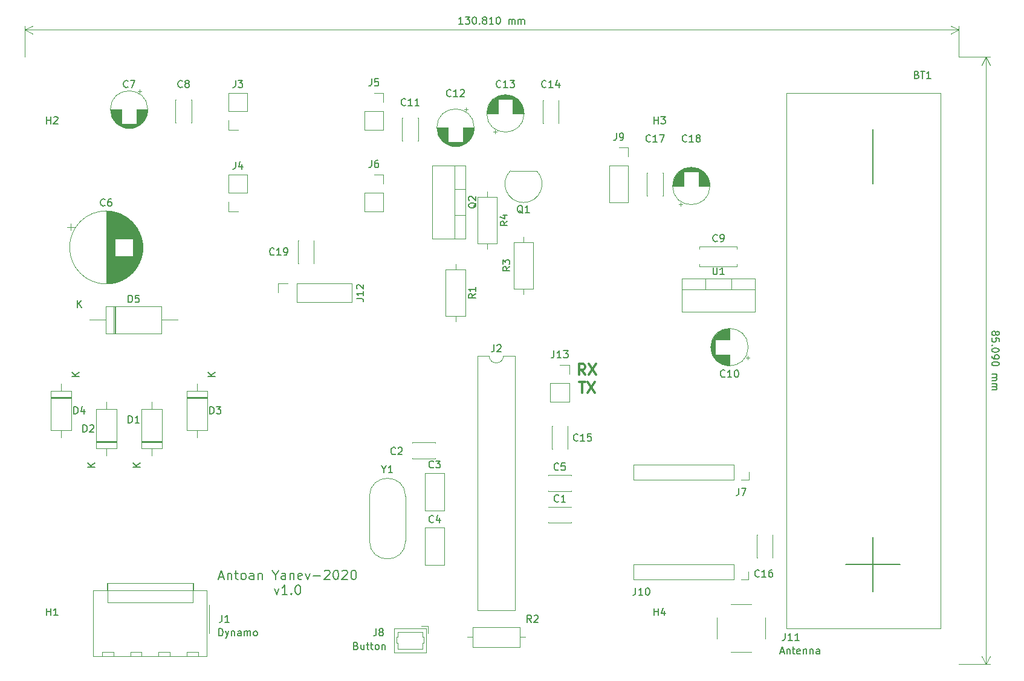
<source format=gbr>
G04 #@! TF.GenerationSoftware,KiCad,Pcbnew,(5.1.2)-1*
G04 #@! TF.CreationDate,2020-01-29T20:57:53+02:00*
G04 #@! TF.ProjectId,PCB,5043422e-6b69-4636-9164-5f7063625858,rev?*
G04 #@! TF.SameCoordinates,Original*
G04 #@! TF.FileFunction,Legend,Top*
G04 #@! TF.FilePolarity,Positive*
%FSLAX46Y46*%
G04 Gerber Fmt 4.6, Leading zero omitted, Abs format (unit mm)*
G04 Created by KiCad (PCBNEW (5.1.2)-1) date 2020-01-29 20:57:53*
%MOMM*%
%LPD*%
G04 APERTURE LIST*
%ADD10C,0.300000*%
%ADD11C,0.150000*%
%ADD12C,0.120000*%
G04 APERTURE END LIST*
D10*
X124587142Y-63313571D02*
X125444285Y-63313571D01*
X125015714Y-64813571D02*
X125015714Y-63313571D01*
X125801428Y-63313571D02*
X126801428Y-64813571D01*
X126801428Y-63313571D02*
X125801428Y-64813571D01*
X125480000Y-62273571D02*
X124980000Y-61559285D01*
X124622857Y-62273571D02*
X124622857Y-60773571D01*
X125194285Y-60773571D01*
X125337142Y-60845000D01*
X125408571Y-60916428D01*
X125480000Y-61059285D01*
X125480000Y-61273571D01*
X125408571Y-61416428D01*
X125337142Y-61487857D01*
X125194285Y-61559285D01*
X124622857Y-61559285D01*
X125980000Y-60773571D02*
X126980000Y-62273571D01*
X126980000Y-60773571D02*
X125980000Y-62273571D01*
D11*
X152813095Y-101131666D02*
X153289285Y-101131666D01*
X152717857Y-101417380D02*
X153051190Y-100417380D01*
X153384523Y-101417380D01*
X153717857Y-100750714D02*
X153717857Y-101417380D01*
X153717857Y-100845952D02*
X153765476Y-100798333D01*
X153860714Y-100750714D01*
X154003571Y-100750714D01*
X154098809Y-100798333D01*
X154146428Y-100893571D01*
X154146428Y-101417380D01*
X154479761Y-100750714D02*
X154860714Y-100750714D01*
X154622619Y-100417380D02*
X154622619Y-101274523D01*
X154670238Y-101369761D01*
X154765476Y-101417380D01*
X154860714Y-101417380D01*
X155575000Y-101369761D02*
X155479761Y-101417380D01*
X155289285Y-101417380D01*
X155194047Y-101369761D01*
X155146428Y-101274523D01*
X155146428Y-100893571D01*
X155194047Y-100798333D01*
X155289285Y-100750714D01*
X155479761Y-100750714D01*
X155575000Y-100798333D01*
X155622619Y-100893571D01*
X155622619Y-100988809D01*
X155146428Y-101084047D01*
X156051190Y-100750714D02*
X156051190Y-101417380D01*
X156051190Y-100845952D02*
X156098809Y-100798333D01*
X156194047Y-100750714D01*
X156336904Y-100750714D01*
X156432142Y-100798333D01*
X156479761Y-100893571D01*
X156479761Y-101417380D01*
X156955952Y-100750714D02*
X156955952Y-101417380D01*
X156955952Y-100845952D02*
X157003571Y-100798333D01*
X157098809Y-100750714D01*
X157241666Y-100750714D01*
X157336904Y-100798333D01*
X157384523Y-100893571D01*
X157384523Y-101417380D01*
X158289285Y-101417380D02*
X158289285Y-100893571D01*
X158241666Y-100798333D01*
X158146428Y-100750714D01*
X157955952Y-100750714D01*
X157860714Y-100798333D01*
X158289285Y-101369761D02*
X158194047Y-101417380D01*
X157955952Y-101417380D01*
X157860714Y-101369761D01*
X157813095Y-101274523D01*
X157813095Y-101179285D01*
X157860714Y-101084047D01*
X157955952Y-101036428D01*
X158194047Y-101036428D01*
X158289285Y-100988809D01*
X74168333Y-98877380D02*
X74168333Y-97877380D01*
X74406428Y-97877380D01*
X74549285Y-97925000D01*
X74644523Y-98020238D01*
X74692142Y-98115476D01*
X74739761Y-98305952D01*
X74739761Y-98448809D01*
X74692142Y-98639285D01*
X74644523Y-98734523D01*
X74549285Y-98829761D01*
X74406428Y-98877380D01*
X74168333Y-98877380D01*
X75073095Y-98210714D02*
X75311190Y-98877380D01*
X75549285Y-98210714D02*
X75311190Y-98877380D01*
X75215952Y-99115476D01*
X75168333Y-99163095D01*
X75073095Y-99210714D01*
X75930238Y-98210714D02*
X75930238Y-98877380D01*
X75930238Y-98305952D02*
X75977857Y-98258333D01*
X76073095Y-98210714D01*
X76215952Y-98210714D01*
X76311190Y-98258333D01*
X76358809Y-98353571D01*
X76358809Y-98877380D01*
X77263571Y-98877380D02*
X77263571Y-98353571D01*
X77215952Y-98258333D01*
X77120714Y-98210714D01*
X76930238Y-98210714D01*
X76835000Y-98258333D01*
X77263571Y-98829761D02*
X77168333Y-98877380D01*
X76930238Y-98877380D01*
X76835000Y-98829761D01*
X76787380Y-98734523D01*
X76787380Y-98639285D01*
X76835000Y-98544047D01*
X76930238Y-98496428D01*
X77168333Y-98496428D01*
X77263571Y-98448809D01*
X77739761Y-98877380D02*
X77739761Y-98210714D01*
X77739761Y-98305952D02*
X77787380Y-98258333D01*
X77882619Y-98210714D01*
X78025476Y-98210714D01*
X78120714Y-98258333D01*
X78168333Y-98353571D01*
X78168333Y-98877380D01*
X78168333Y-98353571D02*
X78215952Y-98258333D01*
X78311190Y-98210714D01*
X78454047Y-98210714D01*
X78549285Y-98258333D01*
X78596904Y-98353571D01*
X78596904Y-98877380D01*
X79215952Y-98877380D02*
X79120714Y-98829761D01*
X79073095Y-98782142D01*
X79025476Y-98686904D01*
X79025476Y-98401190D01*
X79073095Y-98305952D01*
X79120714Y-98258333D01*
X79215952Y-98210714D01*
X79358809Y-98210714D01*
X79454047Y-98258333D01*
X79501666Y-98305952D01*
X79549285Y-98401190D01*
X79549285Y-98686904D01*
X79501666Y-98782142D01*
X79454047Y-98829761D01*
X79358809Y-98877380D01*
X79215952Y-98877380D01*
X93392857Y-100258571D02*
X93535714Y-100306190D01*
X93583333Y-100353809D01*
X93630952Y-100449047D01*
X93630952Y-100591904D01*
X93583333Y-100687142D01*
X93535714Y-100734761D01*
X93440476Y-100782380D01*
X93059523Y-100782380D01*
X93059523Y-99782380D01*
X93392857Y-99782380D01*
X93488095Y-99830000D01*
X93535714Y-99877619D01*
X93583333Y-99972857D01*
X93583333Y-100068095D01*
X93535714Y-100163333D01*
X93488095Y-100210952D01*
X93392857Y-100258571D01*
X93059523Y-100258571D01*
X94488095Y-100115714D02*
X94488095Y-100782380D01*
X94059523Y-100115714D02*
X94059523Y-100639523D01*
X94107142Y-100734761D01*
X94202380Y-100782380D01*
X94345238Y-100782380D01*
X94440476Y-100734761D01*
X94488095Y-100687142D01*
X94821428Y-100115714D02*
X95202380Y-100115714D01*
X94964285Y-99782380D02*
X94964285Y-100639523D01*
X95011904Y-100734761D01*
X95107142Y-100782380D01*
X95202380Y-100782380D01*
X95392857Y-100115714D02*
X95773809Y-100115714D01*
X95535714Y-99782380D02*
X95535714Y-100639523D01*
X95583333Y-100734761D01*
X95678571Y-100782380D01*
X95773809Y-100782380D01*
X96250000Y-100782380D02*
X96154761Y-100734761D01*
X96107142Y-100687142D01*
X96059523Y-100591904D01*
X96059523Y-100306190D01*
X96107142Y-100210952D01*
X96154761Y-100163333D01*
X96250000Y-100115714D01*
X96392857Y-100115714D01*
X96488095Y-100163333D01*
X96535714Y-100210952D01*
X96583333Y-100306190D01*
X96583333Y-100591904D01*
X96535714Y-100687142D01*
X96488095Y-100734761D01*
X96392857Y-100782380D01*
X96250000Y-100782380D01*
X97011904Y-100115714D02*
X97011904Y-100782380D01*
X97011904Y-100210952D02*
X97059523Y-100163333D01*
X97154761Y-100115714D01*
X97297619Y-100115714D01*
X97392857Y-100163333D01*
X97440476Y-100258571D01*
X97440476Y-100782380D01*
X74224761Y-90606666D02*
X74843809Y-90606666D01*
X74100952Y-90978095D02*
X74534285Y-89678095D01*
X74967619Y-90978095D01*
X75400952Y-90111428D02*
X75400952Y-90978095D01*
X75400952Y-90235238D02*
X75462857Y-90173333D01*
X75586666Y-90111428D01*
X75772380Y-90111428D01*
X75896190Y-90173333D01*
X75958095Y-90297142D01*
X75958095Y-90978095D01*
X76391428Y-90111428D02*
X76886666Y-90111428D01*
X76577142Y-89678095D02*
X76577142Y-90792380D01*
X76639047Y-90916190D01*
X76762857Y-90978095D01*
X76886666Y-90978095D01*
X77505714Y-90978095D02*
X77381904Y-90916190D01*
X77320000Y-90854285D01*
X77258095Y-90730476D01*
X77258095Y-90359047D01*
X77320000Y-90235238D01*
X77381904Y-90173333D01*
X77505714Y-90111428D01*
X77691428Y-90111428D01*
X77815238Y-90173333D01*
X77877142Y-90235238D01*
X77939047Y-90359047D01*
X77939047Y-90730476D01*
X77877142Y-90854285D01*
X77815238Y-90916190D01*
X77691428Y-90978095D01*
X77505714Y-90978095D01*
X79053333Y-90978095D02*
X79053333Y-90297142D01*
X78991428Y-90173333D01*
X78867619Y-90111428D01*
X78620000Y-90111428D01*
X78496190Y-90173333D01*
X79053333Y-90916190D02*
X78929523Y-90978095D01*
X78620000Y-90978095D01*
X78496190Y-90916190D01*
X78434285Y-90792380D01*
X78434285Y-90668571D01*
X78496190Y-90544761D01*
X78620000Y-90482857D01*
X78929523Y-90482857D01*
X79053333Y-90420952D01*
X79672380Y-90111428D02*
X79672380Y-90978095D01*
X79672380Y-90235238D02*
X79734285Y-90173333D01*
X79858095Y-90111428D01*
X80043809Y-90111428D01*
X80167619Y-90173333D01*
X80229523Y-90297142D01*
X80229523Y-90978095D01*
X82086666Y-90359047D02*
X82086666Y-90978095D01*
X81653333Y-89678095D02*
X82086666Y-90359047D01*
X82520000Y-89678095D01*
X83510476Y-90978095D02*
X83510476Y-90297142D01*
X83448571Y-90173333D01*
X83324761Y-90111428D01*
X83077142Y-90111428D01*
X82953333Y-90173333D01*
X83510476Y-90916190D02*
X83386666Y-90978095D01*
X83077142Y-90978095D01*
X82953333Y-90916190D01*
X82891428Y-90792380D01*
X82891428Y-90668571D01*
X82953333Y-90544761D01*
X83077142Y-90482857D01*
X83386666Y-90482857D01*
X83510476Y-90420952D01*
X84129523Y-90111428D02*
X84129523Y-90978095D01*
X84129523Y-90235238D02*
X84191428Y-90173333D01*
X84315238Y-90111428D01*
X84500952Y-90111428D01*
X84624761Y-90173333D01*
X84686666Y-90297142D01*
X84686666Y-90978095D01*
X85800952Y-90916190D02*
X85677142Y-90978095D01*
X85429523Y-90978095D01*
X85305714Y-90916190D01*
X85243809Y-90792380D01*
X85243809Y-90297142D01*
X85305714Y-90173333D01*
X85429523Y-90111428D01*
X85677142Y-90111428D01*
X85800952Y-90173333D01*
X85862857Y-90297142D01*
X85862857Y-90420952D01*
X85243809Y-90544761D01*
X86296190Y-90111428D02*
X86605714Y-90978095D01*
X86915238Y-90111428D01*
X87410476Y-90482857D02*
X88400952Y-90482857D01*
X88958095Y-89801904D02*
X89020000Y-89740000D01*
X89143809Y-89678095D01*
X89453333Y-89678095D01*
X89577142Y-89740000D01*
X89639047Y-89801904D01*
X89700952Y-89925714D01*
X89700952Y-90049523D01*
X89639047Y-90235238D01*
X88896190Y-90978095D01*
X89700952Y-90978095D01*
X90505714Y-89678095D02*
X90629523Y-89678095D01*
X90753333Y-89740000D01*
X90815238Y-89801904D01*
X90877142Y-89925714D01*
X90939047Y-90173333D01*
X90939047Y-90482857D01*
X90877142Y-90730476D01*
X90815238Y-90854285D01*
X90753333Y-90916190D01*
X90629523Y-90978095D01*
X90505714Y-90978095D01*
X90381904Y-90916190D01*
X90320000Y-90854285D01*
X90258095Y-90730476D01*
X90196190Y-90482857D01*
X90196190Y-90173333D01*
X90258095Y-89925714D01*
X90320000Y-89801904D01*
X90381904Y-89740000D01*
X90505714Y-89678095D01*
X91434285Y-89801904D02*
X91496190Y-89740000D01*
X91620000Y-89678095D01*
X91929523Y-89678095D01*
X92053333Y-89740000D01*
X92115238Y-89801904D01*
X92177142Y-89925714D01*
X92177142Y-90049523D01*
X92115238Y-90235238D01*
X91372380Y-90978095D01*
X92177142Y-90978095D01*
X92981904Y-89678095D02*
X93105714Y-89678095D01*
X93229523Y-89740000D01*
X93291428Y-89801904D01*
X93353333Y-89925714D01*
X93415238Y-90173333D01*
X93415238Y-90482857D01*
X93353333Y-90730476D01*
X93291428Y-90854285D01*
X93229523Y-90916190D01*
X93105714Y-90978095D01*
X92981904Y-90978095D01*
X92858095Y-90916190D01*
X92796190Y-90854285D01*
X92734285Y-90730476D01*
X92672380Y-90482857D01*
X92672380Y-90173333D01*
X92734285Y-89925714D01*
X92796190Y-89801904D01*
X92858095Y-89740000D01*
X92981904Y-89678095D01*
X81962857Y-92211428D02*
X82272380Y-93078095D01*
X82581904Y-92211428D01*
X83758095Y-93078095D02*
X83015238Y-93078095D01*
X83386666Y-93078095D02*
X83386666Y-91778095D01*
X83262857Y-91963809D01*
X83139047Y-92087619D01*
X83015238Y-92149523D01*
X84315238Y-92954285D02*
X84377142Y-93016190D01*
X84315238Y-93078095D01*
X84253333Y-93016190D01*
X84315238Y-92954285D01*
X84315238Y-93078095D01*
X85181904Y-91778095D02*
X85305714Y-91778095D01*
X85429523Y-91840000D01*
X85491428Y-91901904D01*
X85553333Y-92025714D01*
X85615238Y-92273333D01*
X85615238Y-92582857D01*
X85553333Y-92830476D01*
X85491428Y-92954285D01*
X85429523Y-93016190D01*
X85305714Y-93078095D01*
X85181904Y-93078095D01*
X85058095Y-93016190D01*
X84996190Y-92954285D01*
X84934285Y-92830476D01*
X84872380Y-92582857D01*
X84872380Y-92273333D01*
X84934285Y-92025714D01*
X84996190Y-91901904D01*
X85058095Y-91840000D01*
X85181904Y-91778095D01*
X182999047Y-56372619D02*
X183046666Y-56277380D01*
X183094285Y-56229761D01*
X183189523Y-56182142D01*
X183237142Y-56182142D01*
X183332380Y-56229761D01*
X183380000Y-56277380D01*
X183427619Y-56372619D01*
X183427619Y-56563095D01*
X183380000Y-56658333D01*
X183332380Y-56705952D01*
X183237142Y-56753571D01*
X183189523Y-56753571D01*
X183094285Y-56705952D01*
X183046666Y-56658333D01*
X182999047Y-56563095D01*
X182999047Y-56372619D01*
X182951428Y-56277380D01*
X182903809Y-56229761D01*
X182808571Y-56182142D01*
X182618095Y-56182142D01*
X182522857Y-56229761D01*
X182475238Y-56277380D01*
X182427619Y-56372619D01*
X182427619Y-56563095D01*
X182475238Y-56658333D01*
X182522857Y-56705952D01*
X182618095Y-56753571D01*
X182808571Y-56753571D01*
X182903809Y-56705952D01*
X182951428Y-56658333D01*
X182999047Y-56563095D01*
X183427619Y-57658333D02*
X183427619Y-57182142D01*
X182951428Y-57134523D01*
X182999047Y-57182142D01*
X183046666Y-57277380D01*
X183046666Y-57515476D01*
X182999047Y-57610714D01*
X182951428Y-57658333D01*
X182856190Y-57705952D01*
X182618095Y-57705952D01*
X182522857Y-57658333D01*
X182475238Y-57610714D01*
X182427619Y-57515476D01*
X182427619Y-57277380D01*
X182475238Y-57182142D01*
X182522857Y-57134523D01*
X182522857Y-58134523D02*
X182475238Y-58182142D01*
X182427619Y-58134523D01*
X182475238Y-58086904D01*
X182522857Y-58134523D01*
X182427619Y-58134523D01*
X183427619Y-58801190D02*
X183427619Y-58896428D01*
X183380000Y-58991666D01*
X183332380Y-59039285D01*
X183237142Y-59086904D01*
X183046666Y-59134523D01*
X182808571Y-59134523D01*
X182618095Y-59086904D01*
X182522857Y-59039285D01*
X182475238Y-58991666D01*
X182427619Y-58896428D01*
X182427619Y-58801190D01*
X182475238Y-58705952D01*
X182522857Y-58658333D01*
X182618095Y-58610714D01*
X182808571Y-58563095D01*
X183046666Y-58563095D01*
X183237142Y-58610714D01*
X183332380Y-58658333D01*
X183380000Y-58705952D01*
X183427619Y-58801190D01*
X182427619Y-59610714D02*
X182427619Y-59801190D01*
X182475238Y-59896428D01*
X182522857Y-59944047D01*
X182665714Y-60039285D01*
X182856190Y-60086904D01*
X183237142Y-60086904D01*
X183332380Y-60039285D01*
X183380000Y-59991666D01*
X183427619Y-59896428D01*
X183427619Y-59705952D01*
X183380000Y-59610714D01*
X183332380Y-59563095D01*
X183237142Y-59515476D01*
X182999047Y-59515476D01*
X182903809Y-59563095D01*
X182856190Y-59610714D01*
X182808571Y-59705952D01*
X182808571Y-59896428D01*
X182856190Y-59991666D01*
X182903809Y-60039285D01*
X182999047Y-60086904D01*
X183427619Y-60705952D02*
X183427619Y-60801190D01*
X183380000Y-60896428D01*
X183332380Y-60944047D01*
X183237142Y-60991666D01*
X183046666Y-61039285D01*
X182808571Y-61039285D01*
X182618095Y-60991666D01*
X182522857Y-60944047D01*
X182475238Y-60896428D01*
X182427619Y-60801190D01*
X182427619Y-60705952D01*
X182475238Y-60610714D01*
X182522857Y-60563095D01*
X182618095Y-60515476D01*
X182808571Y-60467857D01*
X183046666Y-60467857D01*
X183237142Y-60515476D01*
X183332380Y-60563095D01*
X183380000Y-60610714D01*
X183427619Y-60705952D01*
X182427619Y-62229761D02*
X183094285Y-62229761D01*
X182999047Y-62229761D02*
X183046666Y-62277380D01*
X183094285Y-62372619D01*
X183094285Y-62515476D01*
X183046666Y-62610714D01*
X182951428Y-62658333D01*
X182427619Y-62658333D01*
X182951428Y-62658333D02*
X183046666Y-62705952D01*
X183094285Y-62801190D01*
X183094285Y-62944047D01*
X183046666Y-63039285D01*
X182951428Y-63086904D01*
X182427619Y-63086904D01*
X182427619Y-63563095D02*
X183094285Y-63563095D01*
X182999047Y-63563095D02*
X183046666Y-63610714D01*
X183094285Y-63705952D01*
X183094285Y-63848809D01*
X183046666Y-63944047D01*
X182951428Y-63991666D01*
X182427619Y-63991666D01*
X182951428Y-63991666D02*
X183046666Y-64039285D01*
X183094285Y-64134523D01*
X183094285Y-64277380D01*
X183046666Y-64372619D01*
X182951428Y-64420238D01*
X182427619Y-64420238D01*
D12*
X181610000Y-17780000D02*
X181610000Y-102870000D01*
X177800000Y-17780000D02*
X182196421Y-17780000D01*
X177800000Y-102870000D02*
X182196421Y-102870000D01*
X181610000Y-102870000D02*
X181023579Y-101743496D01*
X181610000Y-102870000D02*
X182196421Y-101743496D01*
X181610000Y-17780000D02*
X181023579Y-18906504D01*
X181610000Y-17780000D02*
X182196421Y-18906504D01*
D11*
X108347380Y-13152380D02*
X107775952Y-13152380D01*
X108061666Y-13152380D02*
X108061666Y-12152380D01*
X107966428Y-12295238D01*
X107871190Y-12390476D01*
X107775952Y-12438095D01*
X108680714Y-12152380D02*
X109299761Y-12152380D01*
X108966428Y-12533333D01*
X109109285Y-12533333D01*
X109204523Y-12580952D01*
X109252142Y-12628571D01*
X109299761Y-12723809D01*
X109299761Y-12961904D01*
X109252142Y-13057142D01*
X109204523Y-13104761D01*
X109109285Y-13152380D01*
X108823571Y-13152380D01*
X108728333Y-13104761D01*
X108680714Y-13057142D01*
X109918809Y-12152380D02*
X110014047Y-12152380D01*
X110109285Y-12200000D01*
X110156904Y-12247619D01*
X110204523Y-12342857D01*
X110252142Y-12533333D01*
X110252142Y-12771428D01*
X110204523Y-12961904D01*
X110156904Y-13057142D01*
X110109285Y-13104761D01*
X110014047Y-13152380D01*
X109918809Y-13152380D01*
X109823571Y-13104761D01*
X109775952Y-13057142D01*
X109728333Y-12961904D01*
X109680714Y-12771428D01*
X109680714Y-12533333D01*
X109728333Y-12342857D01*
X109775952Y-12247619D01*
X109823571Y-12200000D01*
X109918809Y-12152380D01*
X110680714Y-13057142D02*
X110728333Y-13104761D01*
X110680714Y-13152380D01*
X110633095Y-13104761D01*
X110680714Y-13057142D01*
X110680714Y-13152380D01*
X111299761Y-12580952D02*
X111204523Y-12533333D01*
X111156904Y-12485714D01*
X111109285Y-12390476D01*
X111109285Y-12342857D01*
X111156904Y-12247619D01*
X111204523Y-12200000D01*
X111299761Y-12152380D01*
X111490238Y-12152380D01*
X111585476Y-12200000D01*
X111633095Y-12247619D01*
X111680714Y-12342857D01*
X111680714Y-12390476D01*
X111633095Y-12485714D01*
X111585476Y-12533333D01*
X111490238Y-12580952D01*
X111299761Y-12580952D01*
X111204523Y-12628571D01*
X111156904Y-12676190D01*
X111109285Y-12771428D01*
X111109285Y-12961904D01*
X111156904Y-13057142D01*
X111204523Y-13104761D01*
X111299761Y-13152380D01*
X111490238Y-13152380D01*
X111585476Y-13104761D01*
X111633095Y-13057142D01*
X111680714Y-12961904D01*
X111680714Y-12771428D01*
X111633095Y-12676190D01*
X111585476Y-12628571D01*
X111490238Y-12580952D01*
X112633095Y-13152380D02*
X112061666Y-13152380D01*
X112347380Y-13152380D02*
X112347380Y-12152380D01*
X112252142Y-12295238D01*
X112156904Y-12390476D01*
X112061666Y-12438095D01*
X113252142Y-12152380D02*
X113347380Y-12152380D01*
X113442619Y-12200000D01*
X113490238Y-12247619D01*
X113537857Y-12342857D01*
X113585476Y-12533333D01*
X113585476Y-12771428D01*
X113537857Y-12961904D01*
X113490238Y-13057142D01*
X113442619Y-13104761D01*
X113347380Y-13152380D01*
X113252142Y-13152380D01*
X113156904Y-13104761D01*
X113109285Y-13057142D01*
X113061666Y-12961904D01*
X113014047Y-12771428D01*
X113014047Y-12533333D01*
X113061666Y-12342857D01*
X113109285Y-12247619D01*
X113156904Y-12200000D01*
X113252142Y-12152380D01*
X114775952Y-13152380D02*
X114775952Y-12485714D01*
X114775952Y-12580952D02*
X114823571Y-12533333D01*
X114918809Y-12485714D01*
X115061666Y-12485714D01*
X115156904Y-12533333D01*
X115204523Y-12628571D01*
X115204523Y-13152380D01*
X115204523Y-12628571D02*
X115252142Y-12533333D01*
X115347380Y-12485714D01*
X115490238Y-12485714D01*
X115585476Y-12533333D01*
X115633095Y-12628571D01*
X115633095Y-13152380D01*
X116109285Y-13152380D02*
X116109285Y-12485714D01*
X116109285Y-12580952D02*
X116156904Y-12533333D01*
X116252142Y-12485714D01*
X116395000Y-12485714D01*
X116490238Y-12533333D01*
X116537857Y-12628571D01*
X116537857Y-13152380D01*
X116537857Y-12628571D02*
X116585476Y-12533333D01*
X116680714Y-12485714D01*
X116823571Y-12485714D01*
X116918809Y-12533333D01*
X116966428Y-12628571D01*
X116966428Y-13152380D01*
D12*
X46990000Y-13970000D02*
X177800000Y-13970000D01*
X46990000Y-17780000D02*
X46990000Y-13383579D01*
X177800000Y-17780000D02*
X177800000Y-13383579D01*
X177800000Y-13970000D02*
X176673496Y-14556421D01*
X177800000Y-13970000D02*
X176673496Y-13383579D01*
X46990000Y-13970000D02*
X48116504Y-14556421D01*
X46990000Y-13970000D02*
X48116504Y-13383579D01*
X153670000Y-22860000D02*
X175260000Y-22860000D01*
X153670000Y-97860000D02*
X153670000Y-22860000D01*
X175260000Y-97860000D02*
X153670000Y-97860000D01*
X175260000Y-22860000D02*
X175260000Y-97860000D01*
X72505000Y-101740000D02*
X56585000Y-101740000D01*
X56585000Y-101740000D02*
X56585000Y-92515000D01*
X56585000Y-92515000D02*
X58490000Y-92515000D01*
X58490000Y-92515000D02*
X58490000Y-91510000D01*
X58490000Y-91510000D02*
X70600000Y-91510000D01*
X70600000Y-91510000D02*
X70600000Y-92515000D01*
X70600000Y-92515000D02*
X72505000Y-92515000D01*
X72505000Y-92515000D02*
X72505000Y-101740000D01*
X72795000Y-98520000D02*
X72795000Y-94520000D01*
X70485000Y-91510000D02*
X70485000Y-92510000D01*
X70485000Y-92510000D02*
X58605000Y-92510000D01*
X58605000Y-92510000D02*
X58605000Y-91510000D01*
X70485000Y-92510000D02*
X70485000Y-94180000D01*
X70485000Y-94180000D02*
X58605000Y-94180000D01*
X58605000Y-94180000D02*
X58605000Y-92510000D01*
X71285000Y-101740000D02*
X71285000Y-101140000D01*
X71285000Y-101140000D02*
X69685000Y-101140000D01*
X69685000Y-101140000D02*
X69685000Y-101740000D01*
X67325000Y-101740000D02*
X67325000Y-101140000D01*
X67325000Y-101140000D02*
X65725000Y-101140000D01*
X65725000Y-101140000D02*
X65725000Y-101740000D01*
X63365000Y-101740000D02*
X63365000Y-101140000D01*
X63365000Y-101140000D02*
X61765000Y-101140000D01*
X61765000Y-101140000D02*
X61765000Y-101740000D01*
X59405000Y-101740000D02*
X59405000Y-101140000D01*
X59405000Y-101140000D02*
X57805000Y-101140000D01*
X57805000Y-101140000D02*
X57805000Y-101740000D01*
X123040000Y-69480000D02*
X123040000Y-72720000D01*
X120800000Y-69480000D02*
X120800000Y-72720000D01*
X123040000Y-69480000D02*
X122975000Y-69480000D01*
X120865000Y-69480000D02*
X120800000Y-69480000D01*
X123040000Y-72720000D02*
X122975000Y-72720000D01*
X120865000Y-72720000D02*
X120800000Y-72720000D01*
X103210000Y-101220000D02*
X103210000Y-97800000D01*
X103210000Y-97800000D02*
X98740000Y-97800000D01*
X98740000Y-97800000D02*
X98740000Y-101220000D01*
X98740000Y-101220000D02*
X103210000Y-101220000D01*
X100975000Y-98310000D02*
X102700000Y-98310000D01*
X102700000Y-98310000D02*
X102700000Y-99060000D01*
X102700000Y-99060000D02*
X102900000Y-99060000D01*
X102900000Y-99060000D02*
X102900000Y-99860000D01*
X102900000Y-99860000D02*
X102700000Y-99860000D01*
X102700000Y-99860000D02*
X102700000Y-100710000D01*
X102700000Y-100710000D02*
X100975000Y-100710000D01*
X100975000Y-98310000D02*
X99250000Y-98310000D01*
X99250000Y-98310000D02*
X99250000Y-99060000D01*
X99250000Y-99060000D02*
X99050000Y-99060000D01*
X99050000Y-99060000D02*
X99050000Y-99860000D01*
X99050000Y-99860000D02*
X99250000Y-99860000D01*
X99250000Y-99860000D02*
X99250000Y-100710000D01*
X99250000Y-100710000D02*
X100975000Y-100710000D01*
X103500000Y-97510000D02*
X103500000Y-98510000D01*
X103500000Y-97510000D02*
X102500000Y-97510000D01*
X139025000Y-48800000D02*
X149265000Y-48800000D01*
X139025000Y-53441000D02*
X149265000Y-53441000D01*
X139025000Y-48800000D02*
X139025000Y-53441000D01*
X149265000Y-48800000D02*
X149265000Y-53441000D01*
X139025000Y-50310000D02*
X149265000Y-50310000D01*
X142295000Y-48800000D02*
X142295000Y-50310000D01*
X145996000Y-48800000D02*
X145996000Y-50310000D01*
X123520000Y-82970000D02*
X123520000Y-83035000D01*
X123520000Y-80795000D02*
X123520000Y-80860000D01*
X120280000Y-82970000D02*
X120280000Y-83035000D01*
X120280000Y-80795000D02*
X120280000Y-80860000D01*
X120280000Y-83035000D02*
X123520000Y-83035000D01*
X120280000Y-80795000D02*
X123520000Y-80795000D01*
X101270000Y-71843000D02*
X101270000Y-71778000D01*
X101270000Y-74018000D02*
X101270000Y-73953000D01*
X104510000Y-71843000D02*
X104510000Y-71778000D01*
X104510000Y-74018000D02*
X104510000Y-73953000D01*
X104510000Y-71778000D02*
X101270000Y-71778000D01*
X104510000Y-74018000D02*
X101270000Y-74018000D01*
X105764000Y-81340000D02*
X103024000Y-81340000D01*
X105764000Y-76100000D02*
X103024000Y-76100000D01*
X103024000Y-76100000D02*
X103024000Y-81340000D01*
X105764000Y-76100000D02*
X105764000Y-81340000D01*
X105764000Y-83720000D02*
X105764000Y-88960000D01*
X103024000Y-83720000D02*
X103024000Y-88960000D01*
X105764000Y-83720000D02*
X103024000Y-83720000D01*
X105764000Y-88960000D02*
X103024000Y-88960000D01*
X120280000Y-76350000D02*
X123520000Y-76350000D01*
X120280000Y-78590000D02*
X123520000Y-78590000D01*
X120280000Y-76350000D02*
X120280000Y-76415000D01*
X120280000Y-78525000D02*
X120280000Y-78590000D01*
X123520000Y-76350000D02*
X123520000Y-76415000D01*
X123520000Y-78525000D02*
X123520000Y-78590000D01*
X63500000Y-44450000D02*
G75*
G03X63500000Y-44450000I-5120000J0D01*
G01*
X58380000Y-39370000D02*
X58380000Y-49530000D01*
X58420000Y-39370000D02*
X58420000Y-49530000D01*
X58460000Y-39370000D02*
X58460000Y-49530000D01*
X58500000Y-39371000D02*
X58500000Y-49529000D01*
X58540000Y-39372000D02*
X58540000Y-49528000D01*
X58580000Y-39373000D02*
X58580000Y-49527000D01*
X58620000Y-39375000D02*
X58620000Y-49525000D01*
X58660000Y-39377000D02*
X58660000Y-49523000D01*
X58700000Y-39380000D02*
X58700000Y-49520000D01*
X58740000Y-39382000D02*
X58740000Y-49518000D01*
X58780000Y-39385000D02*
X58780000Y-49515000D01*
X58820000Y-39388000D02*
X58820000Y-49512000D01*
X58860000Y-39392000D02*
X58860000Y-49508000D01*
X58900000Y-39396000D02*
X58900000Y-49504000D01*
X58940000Y-39400000D02*
X58940000Y-49500000D01*
X58980000Y-39405000D02*
X58980000Y-49495000D01*
X59020000Y-39410000D02*
X59020000Y-49490000D01*
X59060000Y-39415000D02*
X59060000Y-49485000D01*
X59101000Y-39420000D02*
X59101000Y-49480000D01*
X59141000Y-39426000D02*
X59141000Y-49474000D01*
X59181000Y-39432000D02*
X59181000Y-49468000D01*
X59221000Y-39439000D02*
X59221000Y-49461000D01*
X59261000Y-39446000D02*
X59261000Y-49454000D01*
X59301000Y-39453000D02*
X59301000Y-49447000D01*
X59341000Y-39460000D02*
X59341000Y-49440000D01*
X59381000Y-39468000D02*
X59381000Y-49432000D01*
X59421000Y-39476000D02*
X59421000Y-49424000D01*
X59461000Y-39485000D02*
X59461000Y-49415000D01*
X59501000Y-39494000D02*
X59501000Y-49406000D01*
X59541000Y-39503000D02*
X59541000Y-49397000D01*
X59581000Y-39512000D02*
X59581000Y-49388000D01*
X59621000Y-39522000D02*
X59621000Y-49378000D01*
X59661000Y-39532000D02*
X59661000Y-43209000D01*
X59661000Y-45691000D02*
X59661000Y-49368000D01*
X59701000Y-39543000D02*
X59701000Y-43209000D01*
X59701000Y-45691000D02*
X59701000Y-49357000D01*
X59741000Y-39553000D02*
X59741000Y-43209000D01*
X59741000Y-45691000D02*
X59741000Y-49347000D01*
X59781000Y-39565000D02*
X59781000Y-43209000D01*
X59781000Y-45691000D02*
X59781000Y-49335000D01*
X59821000Y-39576000D02*
X59821000Y-43209000D01*
X59821000Y-45691000D02*
X59821000Y-49324000D01*
X59861000Y-39588000D02*
X59861000Y-43209000D01*
X59861000Y-45691000D02*
X59861000Y-49312000D01*
X59901000Y-39600000D02*
X59901000Y-43209000D01*
X59901000Y-45691000D02*
X59901000Y-49300000D01*
X59941000Y-39613000D02*
X59941000Y-43209000D01*
X59941000Y-45691000D02*
X59941000Y-49287000D01*
X59981000Y-39626000D02*
X59981000Y-43209000D01*
X59981000Y-45691000D02*
X59981000Y-49274000D01*
X60021000Y-39639000D02*
X60021000Y-43209000D01*
X60021000Y-45691000D02*
X60021000Y-49261000D01*
X60061000Y-39653000D02*
X60061000Y-43209000D01*
X60061000Y-45691000D02*
X60061000Y-49247000D01*
X60101000Y-39667000D02*
X60101000Y-43209000D01*
X60101000Y-45691000D02*
X60101000Y-49233000D01*
X60141000Y-39682000D02*
X60141000Y-43209000D01*
X60141000Y-45691000D02*
X60141000Y-49218000D01*
X60181000Y-39696000D02*
X60181000Y-43209000D01*
X60181000Y-45691000D02*
X60181000Y-49204000D01*
X60221000Y-39712000D02*
X60221000Y-43209000D01*
X60221000Y-45691000D02*
X60221000Y-49188000D01*
X60261000Y-39727000D02*
X60261000Y-43209000D01*
X60261000Y-45691000D02*
X60261000Y-49173000D01*
X60301000Y-39743000D02*
X60301000Y-43209000D01*
X60301000Y-45691000D02*
X60301000Y-49157000D01*
X60341000Y-39760000D02*
X60341000Y-43209000D01*
X60341000Y-45691000D02*
X60341000Y-49140000D01*
X60381000Y-39776000D02*
X60381000Y-43209000D01*
X60381000Y-45691000D02*
X60381000Y-49124000D01*
X60421000Y-39793000D02*
X60421000Y-43209000D01*
X60421000Y-45691000D02*
X60421000Y-49107000D01*
X60461000Y-39811000D02*
X60461000Y-43209000D01*
X60461000Y-45691000D02*
X60461000Y-49089000D01*
X60501000Y-39829000D02*
X60501000Y-43209000D01*
X60501000Y-45691000D02*
X60501000Y-49071000D01*
X60541000Y-39847000D02*
X60541000Y-43209000D01*
X60541000Y-45691000D02*
X60541000Y-49053000D01*
X60581000Y-39866000D02*
X60581000Y-43209000D01*
X60581000Y-45691000D02*
X60581000Y-49034000D01*
X60621000Y-39886000D02*
X60621000Y-43209000D01*
X60621000Y-45691000D02*
X60621000Y-49014000D01*
X60661000Y-39905000D02*
X60661000Y-43209000D01*
X60661000Y-45691000D02*
X60661000Y-48995000D01*
X60701000Y-39925000D02*
X60701000Y-43209000D01*
X60701000Y-45691000D02*
X60701000Y-48975000D01*
X60741000Y-39946000D02*
X60741000Y-43209000D01*
X60741000Y-45691000D02*
X60741000Y-48954000D01*
X60781000Y-39967000D02*
X60781000Y-43209000D01*
X60781000Y-45691000D02*
X60781000Y-48933000D01*
X60821000Y-39988000D02*
X60821000Y-43209000D01*
X60821000Y-45691000D02*
X60821000Y-48912000D01*
X60861000Y-40010000D02*
X60861000Y-43209000D01*
X60861000Y-45691000D02*
X60861000Y-48890000D01*
X60901000Y-40033000D02*
X60901000Y-43209000D01*
X60901000Y-45691000D02*
X60901000Y-48867000D01*
X60941000Y-40055000D02*
X60941000Y-43209000D01*
X60941000Y-45691000D02*
X60941000Y-48845000D01*
X60981000Y-40079000D02*
X60981000Y-43209000D01*
X60981000Y-45691000D02*
X60981000Y-48821000D01*
X61021000Y-40103000D02*
X61021000Y-43209000D01*
X61021000Y-45691000D02*
X61021000Y-48797000D01*
X61061000Y-40127000D02*
X61061000Y-43209000D01*
X61061000Y-45691000D02*
X61061000Y-48773000D01*
X61101000Y-40152000D02*
X61101000Y-43209000D01*
X61101000Y-45691000D02*
X61101000Y-48748000D01*
X61141000Y-40177000D02*
X61141000Y-43209000D01*
X61141000Y-45691000D02*
X61141000Y-48723000D01*
X61181000Y-40203000D02*
X61181000Y-43209000D01*
X61181000Y-45691000D02*
X61181000Y-48697000D01*
X61221000Y-40229000D02*
X61221000Y-43209000D01*
X61221000Y-45691000D02*
X61221000Y-48671000D01*
X61261000Y-40256000D02*
X61261000Y-43209000D01*
X61261000Y-45691000D02*
X61261000Y-48644000D01*
X61301000Y-40284000D02*
X61301000Y-43209000D01*
X61301000Y-45691000D02*
X61301000Y-48616000D01*
X61341000Y-40312000D02*
X61341000Y-43209000D01*
X61341000Y-45691000D02*
X61341000Y-48588000D01*
X61381000Y-40340000D02*
X61381000Y-43209000D01*
X61381000Y-45691000D02*
X61381000Y-48560000D01*
X61421000Y-40370000D02*
X61421000Y-43209000D01*
X61421000Y-45691000D02*
X61421000Y-48530000D01*
X61461000Y-40400000D02*
X61461000Y-43209000D01*
X61461000Y-45691000D02*
X61461000Y-48500000D01*
X61501000Y-40430000D02*
X61501000Y-43209000D01*
X61501000Y-45691000D02*
X61501000Y-48470000D01*
X61541000Y-40461000D02*
X61541000Y-43209000D01*
X61541000Y-45691000D02*
X61541000Y-48439000D01*
X61581000Y-40493000D02*
X61581000Y-43209000D01*
X61581000Y-45691000D02*
X61581000Y-48407000D01*
X61621000Y-40525000D02*
X61621000Y-43209000D01*
X61621000Y-45691000D02*
X61621000Y-48375000D01*
X61661000Y-40558000D02*
X61661000Y-43209000D01*
X61661000Y-45691000D02*
X61661000Y-48342000D01*
X61701000Y-40592000D02*
X61701000Y-43209000D01*
X61701000Y-45691000D02*
X61701000Y-48308000D01*
X61741000Y-40626000D02*
X61741000Y-43209000D01*
X61741000Y-45691000D02*
X61741000Y-48274000D01*
X61781000Y-40661000D02*
X61781000Y-43209000D01*
X61781000Y-45691000D02*
X61781000Y-48239000D01*
X61821000Y-40697000D02*
X61821000Y-43209000D01*
X61821000Y-45691000D02*
X61821000Y-48203000D01*
X61861000Y-40734000D02*
X61861000Y-43209000D01*
X61861000Y-45691000D02*
X61861000Y-48166000D01*
X61901000Y-40771000D02*
X61901000Y-43209000D01*
X61901000Y-45691000D02*
X61901000Y-48129000D01*
X61941000Y-40810000D02*
X61941000Y-43209000D01*
X61941000Y-45691000D02*
X61941000Y-48090000D01*
X61981000Y-40849000D02*
X61981000Y-43209000D01*
X61981000Y-45691000D02*
X61981000Y-48051000D01*
X62021000Y-40889000D02*
X62021000Y-43209000D01*
X62021000Y-45691000D02*
X62021000Y-48011000D01*
X62061000Y-40930000D02*
X62061000Y-43209000D01*
X62061000Y-45691000D02*
X62061000Y-47970000D01*
X62101000Y-40972000D02*
X62101000Y-43209000D01*
X62101000Y-45691000D02*
X62101000Y-47928000D01*
X62141000Y-41014000D02*
X62141000Y-47886000D01*
X62181000Y-41058000D02*
X62181000Y-47842000D01*
X62221000Y-41103000D02*
X62221000Y-47797000D01*
X62261000Y-41149000D02*
X62261000Y-47751000D01*
X62301000Y-41196000D02*
X62301000Y-47704000D01*
X62341000Y-41244000D02*
X62341000Y-47656000D01*
X62381000Y-41294000D02*
X62381000Y-47606000D01*
X62421000Y-41344000D02*
X62421000Y-47556000D01*
X62461000Y-41396000D02*
X62461000Y-47504000D01*
X62501000Y-41450000D02*
X62501000Y-47450000D01*
X62541000Y-41505000D02*
X62541000Y-47395000D01*
X62581000Y-41561000D02*
X62581000Y-47339000D01*
X62621000Y-41620000D02*
X62621000Y-47280000D01*
X62661000Y-41680000D02*
X62661000Y-47220000D01*
X62701000Y-41741000D02*
X62701000Y-47159000D01*
X62741000Y-41805000D02*
X62741000Y-47095000D01*
X62781000Y-41871000D02*
X62781000Y-47029000D01*
X62821000Y-41940000D02*
X62821000Y-46960000D01*
X62861000Y-42011000D02*
X62861000Y-46889000D01*
X62901000Y-42085000D02*
X62901000Y-46815000D01*
X62941000Y-42161000D02*
X62941000Y-46739000D01*
X62981000Y-42241000D02*
X62981000Y-46659000D01*
X63021000Y-42325000D02*
X63021000Y-46575000D01*
X63061000Y-42413000D02*
X63061000Y-46487000D01*
X63101000Y-42506000D02*
X63101000Y-46394000D01*
X63141000Y-42604000D02*
X63141000Y-46296000D01*
X63181000Y-42708000D02*
X63181000Y-46192000D01*
X63221000Y-42820000D02*
X63221000Y-46080000D01*
X63261000Y-42940000D02*
X63261000Y-45960000D01*
X63301000Y-43072000D02*
X63301000Y-45828000D01*
X63341000Y-43220000D02*
X63341000Y-45680000D01*
X63381000Y-43388000D02*
X63381000Y-45512000D01*
X63421000Y-43588000D02*
X63421000Y-45312000D01*
X63461000Y-43851000D02*
X63461000Y-45049000D01*
X52900354Y-41575000D02*
X53900354Y-41575000D01*
X53400354Y-41075000D02*
X53400354Y-42075000D01*
X64215000Y-25130000D02*
G75*
G03X64215000Y-25130000I-2620000J0D01*
G01*
X60555000Y-25130000D02*
X59015000Y-25130000D01*
X64175000Y-25130000D02*
X62635000Y-25130000D01*
X60555000Y-25170000D02*
X59015000Y-25170000D01*
X64175000Y-25170000D02*
X62635000Y-25170000D01*
X64174000Y-25210000D02*
X62635000Y-25210000D01*
X60555000Y-25210000D02*
X59016000Y-25210000D01*
X64173000Y-25250000D02*
X62635000Y-25250000D01*
X60555000Y-25250000D02*
X59017000Y-25250000D01*
X64171000Y-25290000D02*
X62635000Y-25290000D01*
X60555000Y-25290000D02*
X59019000Y-25290000D01*
X64168000Y-25330000D02*
X62635000Y-25330000D01*
X60555000Y-25330000D02*
X59022000Y-25330000D01*
X64164000Y-25370000D02*
X62635000Y-25370000D01*
X60555000Y-25370000D02*
X59026000Y-25370000D01*
X64160000Y-25410000D02*
X62635000Y-25410000D01*
X60555000Y-25410000D02*
X59030000Y-25410000D01*
X64156000Y-25450000D02*
X62635000Y-25450000D01*
X60555000Y-25450000D02*
X59034000Y-25450000D01*
X64151000Y-25490000D02*
X62635000Y-25490000D01*
X60555000Y-25490000D02*
X59039000Y-25490000D01*
X64145000Y-25530000D02*
X62635000Y-25530000D01*
X60555000Y-25530000D02*
X59045000Y-25530000D01*
X64138000Y-25570000D02*
X62635000Y-25570000D01*
X60555000Y-25570000D02*
X59052000Y-25570000D01*
X64131000Y-25610000D02*
X62635000Y-25610000D01*
X60555000Y-25610000D02*
X59059000Y-25610000D01*
X64123000Y-25650000D02*
X62635000Y-25650000D01*
X60555000Y-25650000D02*
X59067000Y-25650000D01*
X64115000Y-25690000D02*
X62635000Y-25690000D01*
X60555000Y-25690000D02*
X59075000Y-25690000D01*
X64106000Y-25730000D02*
X62635000Y-25730000D01*
X60555000Y-25730000D02*
X59084000Y-25730000D01*
X64096000Y-25770000D02*
X62635000Y-25770000D01*
X60555000Y-25770000D02*
X59094000Y-25770000D01*
X64086000Y-25810000D02*
X62635000Y-25810000D01*
X60555000Y-25810000D02*
X59104000Y-25810000D01*
X64075000Y-25851000D02*
X62635000Y-25851000D01*
X60555000Y-25851000D02*
X59115000Y-25851000D01*
X64063000Y-25891000D02*
X62635000Y-25891000D01*
X60555000Y-25891000D02*
X59127000Y-25891000D01*
X64050000Y-25931000D02*
X62635000Y-25931000D01*
X60555000Y-25931000D02*
X59140000Y-25931000D01*
X64037000Y-25971000D02*
X62635000Y-25971000D01*
X60555000Y-25971000D02*
X59153000Y-25971000D01*
X64023000Y-26011000D02*
X62635000Y-26011000D01*
X60555000Y-26011000D02*
X59167000Y-26011000D01*
X64009000Y-26051000D02*
X62635000Y-26051000D01*
X60555000Y-26051000D02*
X59181000Y-26051000D01*
X63993000Y-26091000D02*
X62635000Y-26091000D01*
X60555000Y-26091000D02*
X59197000Y-26091000D01*
X63977000Y-26131000D02*
X62635000Y-26131000D01*
X60555000Y-26131000D02*
X59213000Y-26131000D01*
X63960000Y-26171000D02*
X62635000Y-26171000D01*
X60555000Y-26171000D02*
X59230000Y-26171000D01*
X63943000Y-26211000D02*
X62635000Y-26211000D01*
X60555000Y-26211000D02*
X59247000Y-26211000D01*
X63924000Y-26251000D02*
X62635000Y-26251000D01*
X60555000Y-26251000D02*
X59266000Y-26251000D01*
X63905000Y-26291000D02*
X62635000Y-26291000D01*
X60555000Y-26291000D02*
X59285000Y-26291000D01*
X63885000Y-26331000D02*
X62635000Y-26331000D01*
X60555000Y-26331000D02*
X59305000Y-26331000D01*
X63863000Y-26371000D02*
X62635000Y-26371000D01*
X60555000Y-26371000D02*
X59327000Y-26371000D01*
X63842000Y-26411000D02*
X62635000Y-26411000D01*
X60555000Y-26411000D02*
X59348000Y-26411000D01*
X63819000Y-26451000D02*
X62635000Y-26451000D01*
X60555000Y-26451000D02*
X59371000Y-26451000D01*
X63795000Y-26491000D02*
X62635000Y-26491000D01*
X60555000Y-26491000D02*
X59395000Y-26491000D01*
X63770000Y-26531000D02*
X62635000Y-26531000D01*
X60555000Y-26531000D02*
X59420000Y-26531000D01*
X63744000Y-26571000D02*
X62635000Y-26571000D01*
X60555000Y-26571000D02*
X59446000Y-26571000D01*
X63717000Y-26611000D02*
X62635000Y-26611000D01*
X60555000Y-26611000D02*
X59473000Y-26611000D01*
X63690000Y-26651000D02*
X62635000Y-26651000D01*
X60555000Y-26651000D02*
X59500000Y-26651000D01*
X63660000Y-26691000D02*
X62635000Y-26691000D01*
X60555000Y-26691000D02*
X59530000Y-26691000D01*
X63630000Y-26731000D02*
X62635000Y-26731000D01*
X60555000Y-26731000D02*
X59560000Y-26731000D01*
X63599000Y-26771000D02*
X62635000Y-26771000D01*
X60555000Y-26771000D02*
X59591000Y-26771000D01*
X63566000Y-26811000D02*
X62635000Y-26811000D01*
X60555000Y-26811000D02*
X59624000Y-26811000D01*
X63532000Y-26851000D02*
X62635000Y-26851000D01*
X60555000Y-26851000D02*
X59658000Y-26851000D01*
X63496000Y-26891000D02*
X62635000Y-26891000D01*
X60555000Y-26891000D02*
X59694000Y-26891000D01*
X63459000Y-26931000D02*
X62635000Y-26931000D01*
X60555000Y-26931000D02*
X59731000Y-26931000D01*
X63421000Y-26971000D02*
X62635000Y-26971000D01*
X60555000Y-26971000D02*
X59769000Y-26971000D01*
X63380000Y-27011000D02*
X62635000Y-27011000D01*
X60555000Y-27011000D02*
X59810000Y-27011000D01*
X63338000Y-27051000D02*
X62635000Y-27051000D01*
X60555000Y-27051000D02*
X59852000Y-27051000D01*
X63294000Y-27091000D02*
X62635000Y-27091000D01*
X60555000Y-27091000D02*
X59896000Y-27091000D01*
X63248000Y-27131000D02*
X62635000Y-27131000D01*
X60555000Y-27131000D02*
X59942000Y-27131000D01*
X63200000Y-27171000D02*
X59990000Y-27171000D01*
X63149000Y-27211000D02*
X60041000Y-27211000D01*
X63095000Y-27251000D02*
X60095000Y-27251000D01*
X63038000Y-27291000D02*
X60152000Y-27291000D01*
X62978000Y-27331000D02*
X60212000Y-27331000D01*
X62914000Y-27371000D02*
X60276000Y-27371000D01*
X62846000Y-27411000D02*
X60344000Y-27411000D01*
X62773000Y-27451000D02*
X60417000Y-27451000D01*
X62693000Y-27491000D02*
X60497000Y-27491000D01*
X62606000Y-27531000D02*
X60584000Y-27531000D01*
X62510000Y-27571000D02*
X60680000Y-27571000D01*
X62400000Y-27611000D02*
X60790000Y-27611000D01*
X62272000Y-27651000D02*
X60918000Y-27651000D01*
X62113000Y-27691000D02*
X61077000Y-27691000D01*
X61879000Y-27731000D02*
X61311000Y-27731000D01*
X63070000Y-22325225D02*
X63070000Y-22825225D01*
X63320000Y-22575225D02*
X62820000Y-22575225D01*
X70335000Y-23760000D02*
X70335000Y-27000000D01*
X68095000Y-23760000D02*
X68095000Y-27000000D01*
X70335000Y-23760000D02*
X70270000Y-23760000D01*
X68160000Y-23760000D02*
X68095000Y-23760000D01*
X70335000Y-27000000D02*
X70270000Y-27000000D01*
X68160000Y-27000000D02*
X68095000Y-27000000D01*
X141485000Y-44350000D02*
X146725000Y-44350000D01*
X141485000Y-47090000D02*
X146725000Y-47090000D01*
X141485000Y-44350000D02*
X141485000Y-44665000D01*
X141485000Y-46775000D02*
X141485000Y-47090000D01*
X146725000Y-44350000D02*
X146725000Y-44665000D01*
X146725000Y-46775000D02*
X146725000Y-47090000D01*
X148239775Y-60145000D02*
X148239775Y-59645000D01*
X148489775Y-59895000D02*
X147989775Y-59895000D01*
X143084000Y-58704000D02*
X143084000Y-58136000D01*
X143124000Y-58938000D02*
X143124000Y-57902000D01*
X143164000Y-59097000D02*
X143164000Y-57743000D01*
X143204000Y-59225000D02*
X143204000Y-57615000D01*
X143244000Y-59335000D02*
X143244000Y-57505000D01*
X143284000Y-59431000D02*
X143284000Y-57409000D01*
X143324000Y-59518000D02*
X143324000Y-57322000D01*
X143364000Y-59598000D02*
X143364000Y-57242000D01*
X143404000Y-59671000D02*
X143404000Y-57169000D01*
X143444000Y-59739000D02*
X143444000Y-57101000D01*
X143484000Y-59803000D02*
X143484000Y-57037000D01*
X143524000Y-59863000D02*
X143524000Y-56977000D01*
X143564000Y-59920000D02*
X143564000Y-56920000D01*
X143604000Y-59974000D02*
X143604000Y-56866000D01*
X143644000Y-60025000D02*
X143644000Y-56815000D01*
X143684000Y-57380000D02*
X143684000Y-56767000D01*
X143684000Y-60073000D02*
X143684000Y-59460000D01*
X143724000Y-57380000D02*
X143724000Y-56721000D01*
X143724000Y-60119000D02*
X143724000Y-59460000D01*
X143764000Y-57380000D02*
X143764000Y-56677000D01*
X143764000Y-60163000D02*
X143764000Y-59460000D01*
X143804000Y-57380000D02*
X143804000Y-56635000D01*
X143804000Y-60205000D02*
X143804000Y-59460000D01*
X143844000Y-57380000D02*
X143844000Y-56594000D01*
X143844000Y-60246000D02*
X143844000Y-59460000D01*
X143884000Y-57380000D02*
X143884000Y-56556000D01*
X143884000Y-60284000D02*
X143884000Y-59460000D01*
X143924000Y-57380000D02*
X143924000Y-56519000D01*
X143924000Y-60321000D02*
X143924000Y-59460000D01*
X143964000Y-57380000D02*
X143964000Y-56483000D01*
X143964000Y-60357000D02*
X143964000Y-59460000D01*
X144004000Y-57380000D02*
X144004000Y-56449000D01*
X144004000Y-60391000D02*
X144004000Y-59460000D01*
X144044000Y-57380000D02*
X144044000Y-56416000D01*
X144044000Y-60424000D02*
X144044000Y-59460000D01*
X144084000Y-57380000D02*
X144084000Y-56385000D01*
X144084000Y-60455000D02*
X144084000Y-59460000D01*
X144124000Y-57380000D02*
X144124000Y-56355000D01*
X144124000Y-60485000D02*
X144124000Y-59460000D01*
X144164000Y-57380000D02*
X144164000Y-56325000D01*
X144164000Y-60515000D02*
X144164000Y-59460000D01*
X144204000Y-57380000D02*
X144204000Y-56298000D01*
X144204000Y-60542000D02*
X144204000Y-59460000D01*
X144244000Y-57380000D02*
X144244000Y-56271000D01*
X144244000Y-60569000D02*
X144244000Y-59460000D01*
X144284000Y-57380000D02*
X144284000Y-56245000D01*
X144284000Y-60595000D02*
X144284000Y-59460000D01*
X144324000Y-57380000D02*
X144324000Y-56220000D01*
X144324000Y-60620000D02*
X144324000Y-59460000D01*
X144364000Y-57380000D02*
X144364000Y-56196000D01*
X144364000Y-60644000D02*
X144364000Y-59460000D01*
X144404000Y-57380000D02*
X144404000Y-56173000D01*
X144404000Y-60667000D02*
X144404000Y-59460000D01*
X144444000Y-57380000D02*
X144444000Y-56152000D01*
X144444000Y-60688000D02*
X144444000Y-59460000D01*
X144484000Y-57380000D02*
X144484000Y-56130000D01*
X144484000Y-60710000D02*
X144484000Y-59460000D01*
X144524000Y-57380000D02*
X144524000Y-56110000D01*
X144524000Y-60730000D02*
X144524000Y-59460000D01*
X144564000Y-57380000D02*
X144564000Y-56091000D01*
X144564000Y-60749000D02*
X144564000Y-59460000D01*
X144604000Y-57380000D02*
X144604000Y-56072000D01*
X144604000Y-60768000D02*
X144604000Y-59460000D01*
X144644000Y-57380000D02*
X144644000Y-56055000D01*
X144644000Y-60785000D02*
X144644000Y-59460000D01*
X144684000Y-57380000D02*
X144684000Y-56038000D01*
X144684000Y-60802000D02*
X144684000Y-59460000D01*
X144724000Y-57380000D02*
X144724000Y-56022000D01*
X144724000Y-60818000D02*
X144724000Y-59460000D01*
X144764000Y-57380000D02*
X144764000Y-56006000D01*
X144764000Y-60834000D02*
X144764000Y-59460000D01*
X144804000Y-57380000D02*
X144804000Y-55992000D01*
X144804000Y-60848000D02*
X144804000Y-59460000D01*
X144844000Y-57380000D02*
X144844000Y-55978000D01*
X144844000Y-60862000D02*
X144844000Y-59460000D01*
X144884000Y-57380000D02*
X144884000Y-55965000D01*
X144884000Y-60875000D02*
X144884000Y-59460000D01*
X144924000Y-57380000D02*
X144924000Y-55952000D01*
X144924000Y-60888000D02*
X144924000Y-59460000D01*
X144964000Y-57380000D02*
X144964000Y-55940000D01*
X144964000Y-60900000D02*
X144964000Y-59460000D01*
X145005000Y-57380000D02*
X145005000Y-55929000D01*
X145005000Y-60911000D02*
X145005000Y-59460000D01*
X145045000Y-57380000D02*
X145045000Y-55919000D01*
X145045000Y-60921000D02*
X145045000Y-59460000D01*
X145085000Y-57380000D02*
X145085000Y-55909000D01*
X145085000Y-60931000D02*
X145085000Y-59460000D01*
X145125000Y-57380000D02*
X145125000Y-55900000D01*
X145125000Y-60940000D02*
X145125000Y-59460000D01*
X145165000Y-57380000D02*
X145165000Y-55892000D01*
X145165000Y-60948000D02*
X145165000Y-59460000D01*
X145205000Y-57380000D02*
X145205000Y-55884000D01*
X145205000Y-60956000D02*
X145205000Y-59460000D01*
X145245000Y-57380000D02*
X145245000Y-55877000D01*
X145245000Y-60963000D02*
X145245000Y-59460000D01*
X145285000Y-57380000D02*
X145285000Y-55870000D01*
X145285000Y-60970000D02*
X145285000Y-59460000D01*
X145325000Y-57380000D02*
X145325000Y-55864000D01*
X145325000Y-60976000D02*
X145325000Y-59460000D01*
X145365000Y-57380000D02*
X145365000Y-55859000D01*
X145365000Y-60981000D02*
X145365000Y-59460000D01*
X145405000Y-57380000D02*
X145405000Y-55855000D01*
X145405000Y-60985000D02*
X145405000Y-59460000D01*
X145445000Y-57380000D02*
X145445000Y-55851000D01*
X145445000Y-60989000D02*
X145445000Y-59460000D01*
X145485000Y-57380000D02*
X145485000Y-55847000D01*
X145485000Y-60993000D02*
X145485000Y-59460000D01*
X145525000Y-57380000D02*
X145525000Y-55844000D01*
X145525000Y-60996000D02*
X145525000Y-59460000D01*
X145565000Y-57380000D02*
X145565000Y-55842000D01*
X145565000Y-60998000D02*
X145565000Y-59460000D01*
X145605000Y-57380000D02*
X145605000Y-55841000D01*
X145605000Y-60999000D02*
X145605000Y-59460000D01*
X145645000Y-61000000D02*
X145645000Y-59460000D01*
X145645000Y-57380000D02*
X145645000Y-55840000D01*
X145685000Y-61000000D02*
X145685000Y-59460000D01*
X145685000Y-57380000D02*
X145685000Y-55840000D01*
X148305000Y-58420000D02*
G75*
G03X148305000Y-58420000I-2620000J0D01*
G01*
X102085000Y-26300000D02*
X102085000Y-29540000D01*
X99845000Y-26300000D02*
X99845000Y-29540000D01*
X102085000Y-26300000D02*
X102020000Y-26300000D01*
X99910000Y-26300000D02*
X99845000Y-26300000D01*
X102085000Y-29540000D02*
X102020000Y-29540000D01*
X99910000Y-29540000D02*
X99845000Y-29540000D01*
X109040000Y-25115225D02*
X108540000Y-25115225D01*
X108790000Y-24865225D02*
X108790000Y-25365225D01*
X107599000Y-30271000D02*
X107031000Y-30271000D01*
X107833000Y-30231000D02*
X106797000Y-30231000D01*
X107992000Y-30191000D02*
X106638000Y-30191000D01*
X108120000Y-30151000D02*
X106510000Y-30151000D01*
X108230000Y-30111000D02*
X106400000Y-30111000D01*
X108326000Y-30071000D02*
X106304000Y-30071000D01*
X108413000Y-30031000D02*
X106217000Y-30031000D01*
X108493000Y-29991000D02*
X106137000Y-29991000D01*
X108566000Y-29951000D02*
X106064000Y-29951000D01*
X108634000Y-29911000D02*
X105996000Y-29911000D01*
X108698000Y-29871000D02*
X105932000Y-29871000D01*
X108758000Y-29831000D02*
X105872000Y-29831000D01*
X108815000Y-29791000D02*
X105815000Y-29791000D01*
X108869000Y-29751000D02*
X105761000Y-29751000D01*
X108920000Y-29711000D02*
X105710000Y-29711000D01*
X106275000Y-29671000D02*
X105662000Y-29671000D01*
X108968000Y-29671000D02*
X108355000Y-29671000D01*
X106275000Y-29631000D02*
X105616000Y-29631000D01*
X109014000Y-29631000D02*
X108355000Y-29631000D01*
X106275000Y-29591000D02*
X105572000Y-29591000D01*
X109058000Y-29591000D02*
X108355000Y-29591000D01*
X106275000Y-29551000D02*
X105530000Y-29551000D01*
X109100000Y-29551000D02*
X108355000Y-29551000D01*
X106275000Y-29511000D02*
X105489000Y-29511000D01*
X109141000Y-29511000D02*
X108355000Y-29511000D01*
X106275000Y-29471000D02*
X105451000Y-29471000D01*
X109179000Y-29471000D02*
X108355000Y-29471000D01*
X106275000Y-29431000D02*
X105414000Y-29431000D01*
X109216000Y-29431000D02*
X108355000Y-29431000D01*
X106275000Y-29391000D02*
X105378000Y-29391000D01*
X109252000Y-29391000D02*
X108355000Y-29391000D01*
X106275000Y-29351000D02*
X105344000Y-29351000D01*
X109286000Y-29351000D02*
X108355000Y-29351000D01*
X106275000Y-29311000D02*
X105311000Y-29311000D01*
X109319000Y-29311000D02*
X108355000Y-29311000D01*
X106275000Y-29271000D02*
X105280000Y-29271000D01*
X109350000Y-29271000D02*
X108355000Y-29271000D01*
X106275000Y-29231000D02*
X105250000Y-29231000D01*
X109380000Y-29231000D02*
X108355000Y-29231000D01*
X106275000Y-29191000D02*
X105220000Y-29191000D01*
X109410000Y-29191000D02*
X108355000Y-29191000D01*
X106275000Y-29151000D02*
X105193000Y-29151000D01*
X109437000Y-29151000D02*
X108355000Y-29151000D01*
X106275000Y-29111000D02*
X105166000Y-29111000D01*
X109464000Y-29111000D02*
X108355000Y-29111000D01*
X106275000Y-29071000D02*
X105140000Y-29071000D01*
X109490000Y-29071000D02*
X108355000Y-29071000D01*
X106275000Y-29031000D02*
X105115000Y-29031000D01*
X109515000Y-29031000D02*
X108355000Y-29031000D01*
X106275000Y-28991000D02*
X105091000Y-28991000D01*
X109539000Y-28991000D02*
X108355000Y-28991000D01*
X106275000Y-28951000D02*
X105068000Y-28951000D01*
X109562000Y-28951000D02*
X108355000Y-28951000D01*
X106275000Y-28911000D02*
X105047000Y-28911000D01*
X109583000Y-28911000D02*
X108355000Y-28911000D01*
X106275000Y-28871000D02*
X105025000Y-28871000D01*
X109605000Y-28871000D02*
X108355000Y-28871000D01*
X106275000Y-28831000D02*
X105005000Y-28831000D01*
X109625000Y-28831000D02*
X108355000Y-28831000D01*
X106275000Y-28791000D02*
X104986000Y-28791000D01*
X109644000Y-28791000D02*
X108355000Y-28791000D01*
X106275000Y-28751000D02*
X104967000Y-28751000D01*
X109663000Y-28751000D02*
X108355000Y-28751000D01*
X106275000Y-28711000D02*
X104950000Y-28711000D01*
X109680000Y-28711000D02*
X108355000Y-28711000D01*
X106275000Y-28671000D02*
X104933000Y-28671000D01*
X109697000Y-28671000D02*
X108355000Y-28671000D01*
X106275000Y-28631000D02*
X104917000Y-28631000D01*
X109713000Y-28631000D02*
X108355000Y-28631000D01*
X106275000Y-28591000D02*
X104901000Y-28591000D01*
X109729000Y-28591000D02*
X108355000Y-28591000D01*
X106275000Y-28551000D02*
X104887000Y-28551000D01*
X109743000Y-28551000D02*
X108355000Y-28551000D01*
X106275000Y-28511000D02*
X104873000Y-28511000D01*
X109757000Y-28511000D02*
X108355000Y-28511000D01*
X106275000Y-28471000D02*
X104860000Y-28471000D01*
X109770000Y-28471000D02*
X108355000Y-28471000D01*
X106275000Y-28431000D02*
X104847000Y-28431000D01*
X109783000Y-28431000D02*
X108355000Y-28431000D01*
X106275000Y-28391000D02*
X104835000Y-28391000D01*
X109795000Y-28391000D02*
X108355000Y-28391000D01*
X106275000Y-28350000D02*
X104824000Y-28350000D01*
X109806000Y-28350000D02*
X108355000Y-28350000D01*
X106275000Y-28310000D02*
X104814000Y-28310000D01*
X109816000Y-28310000D02*
X108355000Y-28310000D01*
X106275000Y-28270000D02*
X104804000Y-28270000D01*
X109826000Y-28270000D02*
X108355000Y-28270000D01*
X106275000Y-28230000D02*
X104795000Y-28230000D01*
X109835000Y-28230000D02*
X108355000Y-28230000D01*
X106275000Y-28190000D02*
X104787000Y-28190000D01*
X109843000Y-28190000D02*
X108355000Y-28190000D01*
X106275000Y-28150000D02*
X104779000Y-28150000D01*
X109851000Y-28150000D02*
X108355000Y-28150000D01*
X106275000Y-28110000D02*
X104772000Y-28110000D01*
X109858000Y-28110000D02*
X108355000Y-28110000D01*
X106275000Y-28070000D02*
X104765000Y-28070000D01*
X109865000Y-28070000D02*
X108355000Y-28070000D01*
X106275000Y-28030000D02*
X104759000Y-28030000D01*
X109871000Y-28030000D02*
X108355000Y-28030000D01*
X106275000Y-27990000D02*
X104754000Y-27990000D01*
X109876000Y-27990000D02*
X108355000Y-27990000D01*
X106275000Y-27950000D02*
X104750000Y-27950000D01*
X109880000Y-27950000D02*
X108355000Y-27950000D01*
X106275000Y-27910000D02*
X104746000Y-27910000D01*
X109884000Y-27910000D02*
X108355000Y-27910000D01*
X106275000Y-27870000D02*
X104742000Y-27870000D01*
X109888000Y-27870000D02*
X108355000Y-27870000D01*
X106275000Y-27830000D02*
X104739000Y-27830000D01*
X109891000Y-27830000D02*
X108355000Y-27830000D01*
X106275000Y-27790000D02*
X104737000Y-27790000D01*
X109893000Y-27790000D02*
X108355000Y-27790000D01*
X106275000Y-27750000D02*
X104736000Y-27750000D01*
X109894000Y-27750000D02*
X108355000Y-27750000D01*
X109895000Y-27710000D02*
X108355000Y-27710000D01*
X106275000Y-27710000D02*
X104735000Y-27710000D01*
X109895000Y-27670000D02*
X108355000Y-27670000D01*
X106275000Y-27670000D02*
X104735000Y-27670000D01*
X109935000Y-27670000D02*
G75*
G03X109935000Y-27670000I-2620000J0D01*
G01*
X116920000Y-25670000D02*
G75*
G03X116920000Y-25670000I-2620000J0D01*
G01*
X115340000Y-25670000D02*
X116880000Y-25670000D01*
X111720000Y-25670000D02*
X113260000Y-25670000D01*
X115340000Y-25630000D02*
X116880000Y-25630000D01*
X111720000Y-25630000D02*
X113260000Y-25630000D01*
X111721000Y-25590000D02*
X113260000Y-25590000D01*
X115340000Y-25590000D02*
X116879000Y-25590000D01*
X111722000Y-25550000D02*
X113260000Y-25550000D01*
X115340000Y-25550000D02*
X116878000Y-25550000D01*
X111724000Y-25510000D02*
X113260000Y-25510000D01*
X115340000Y-25510000D02*
X116876000Y-25510000D01*
X111727000Y-25470000D02*
X113260000Y-25470000D01*
X115340000Y-25470000D02*
X116873000Y-25470000D01*
X111731000Y-25430000D02*
X113260000Y-25430000D01*
X115340000Y-25430000D02*
X116869000Y-25430000D01*
X111735000Y-25390000D02*
X113260000Y-25390000D01*
X115340000Y-25390000D02*
X116865000Y-25390000D01*
X111739000Y-25350000D02*
X113260000Y-25350000D01*
X115340000Y-25350000D02*
X116861000Y-25350000D01*
X111744000Y-25310000D02*
X113260000Y-25310000D01*
X115340000Y-25310000D02*
X116856000Y-25310000D01*
X111750000Y-25270000D02*
X113260000Y-25270000D01*
X115340000Y-25270000D02*
X116850000Y-25270000D01*
X111757000Y-25230000D02*
X113260000Y-25230000D01*
X115340000Y-25230000D02*
X116843000Y-25230000D01*
X111764000Y-25190000D02*
X113260000Y-25190000D01*
X115340000Y-25190000D02*
X116836000Y-25190000D01*
X111772000Y-25150000D02*
X113260000Y-25150000D01*
X115340000Y-25150000D02*
X116828000Y-25150000D01*
X111780000Y-25110000D02*
X113260000Y-25110000D01*
X115340000Y-25110000D02*
X116820000Y-25110000D01*
X111789000Y-25070000D02*
X113260000Y-25070000D01*
X115340000Y-25070000D02*
X116811000Y-25070000D01*
X111799000Y-25030000D02*
X113260000Y-25030000D01*
X115340000Y-25030000D02*
X116801000Y-25030000D01*
X111809000Y-24990000D02*
X113260000Y-24990000D01*
X115340000Y-24990000D02*
X116791000Y-24990000D01*
X111820000Y-24949000D02*
X113260000Y-24949000D01*
X115340000Y-24949000D02*
X116780000Y-24949000D01*
X111832000Y-24909000D02*
X113260000Y-24909000D01*
X115340000Y-24909000D02*
X116768000Y-24909000D01*
X111845000Y-24869000D02*
X113260000Y-24869000D01*
X115340000Y-24869000D02*
X116755000Y-24869000D01*
X111858000Y-24829000D02*
X113260000Y-24829000D01*
X115340000Y-24829000D02*
X116742000Y-24829000D01*
X111872000Y-24789000D02*
X113260000Y-24789000D01*
X115340000Y-24789000D02*
X116728000Y-24789000D01*
X111886000Y-24749000D02*
X113260000Y-24749000D01*
X115340000Y-24749000D02*
X116714000Y-24749000D01*
X111902000Y-24709000D02*
X113260000Y-24709000D01*
X115340000Y-24709000D02*
X116698000Y-24709000D01*
X111918000Y-24669000D02*
X113260000Y-24669000D01*
X115340000Y-24669000D02*
X116682000Y-24669000D01*
X111935000Y-24629000D02*
X113260000Y-24629000D01*
X115340000Y-24629000D02*
X116665000Y-24629000D01*
X111952000Y-24589000D02*
X113260000Y-24589000D01*
X115340000Y-24589000D02*
X116648000Y-24589000D01*
X111971000Y-24549000D02*
X113260000Y-24549000D01*
X115340000Y-24549000D02*
X116629000Y-24549000D01*
X111990000Y-24509000D02*
X113260000Y-24509000D01*
X115340000Y-24509000D02*
X116610000Y-24509000D01*
X112010000Y-24469000D02*
X113260000Y-24469000D01*
X115340000Y-24469000D02*
X116590000Y-24469000D01*
X112032000Y-24429000D02*
X113260000Y-24429000D01*
X115340000Y-24429000D02*
X116568000Y-24429000D01*
X112053000Y-24389000D02*
X113260000Y-24389000D01*
X115340000Y-24389000D02*
X116547000Y-24389000D01*
X112076000Y-24349000D02*
X113260000Y-24349000D01*
X115340000Y-24349000D02*
X116524000Y-24349000D01*
X112100000Y-24309000D02*
X113260000Y-24309000D01*
X115340000Y-24309000D02*
X116500000Y-24309000D01*
X112125000Y-24269000D02*
X113260000Y-24269000D01*
X115340000Y-24269000D02*
X116475000Y-24269000D01*
X112151000Y-24229000D02*
X113260000Y-24229000D01*
X115340000Y-24229000D02*
X116449000Y-24229000D01*
X112178000Y-24189000D02*
X113260000Y-24189000D01*
X115340000Y-24189000D02*
X116422000Y-24189000D01*
X112205000Y-24149000D02*
X113260000Y-24149000D01*
X115340000Y-24149000D02*
X116395000Y-24149000D01*
X112235000Y-24109000D02*
X113260000Y-24109000D01*
X115340000Y-24109000D02*
X116365000Y-24109000D01*
X112265000Y-24069000D02*
X113260000Y-24069000D01*
X115340000Y-24069000D02*
X116335000Y-24069000D01*
X112296000Y-24029000D02*
X113260000Y-24029000D01*
X115340000Y-24029000D02*
X116304000Y-24029000D01*
X112329000Y-23989000D02*
X113260000Y-23989000D01*
X115340000Y-23989000D02*
X116271000Y-23989000D01*
X112363000Y-23949000D02*
X113260000Y-23949000D01*
X115340000Y-23949000D02*
X116237000Y-23949000D01*
X112399000Y-23909000D02*
X113260000Y-23909000D01*
X115340000Y-23909000D02*
X116201000Y-23909000D01*
X112436000Y-23869000D02*
X113260000Y-23869000D01*
X115340000Y-23869000D02*
X116164000Y-23869000D01*
X112474000Y-23829000D02*
X113260000Y-23829000D01*
X115340000Y-23829000D02*
X116126000Y-23829000D01*
X112515000Y-23789000D02*
X113260000Y-23789000D01*
X115340000Y-23789000D02*
X116085000Y-23789000D01*
X112557000Y-23749000D02*
X113260000Y-23749000D01*
X115340000Y-23749000D02*
X116043000Y-23749000D01*
X112601000Y-23709000D02*
X113260000Y-23709000D01*
X115340000Y-23709000D02*
X115999000Y-23709000D01*
X112647000Y-23669000D02*
X113260000Y-23669000D01*
X115340000Y-23669000D02*
X115953000Y-23669000D01*
X112695000Y-23629000D02*
X115905000Y-23629000D01*
X112746000Y-23589000D02*
X115854000Y-23589000D01*
X112800000Y-23549000D02*
X115800000Y-23549000D01*
X112857000Y-23509000D02*
X115743000Y-23509000D01*
X112917000Y-23469000D02*
X115683000Y-23469000D01*
X112981000Y-23429000D02*
X115619000Y-23429000D01*
X113049000Y-23389000D02*
X115551000Y-23389000D01*
X113122000Y-23349000D02*
X115478000Y-23349000D01*
X113202000Y-23309000D02*
X115398000Y-23309000D01*
X113289000Y-23269000D02*
X115311000Y-23269000D01*
X113385000Y-23229000D02*
X115215000Y-23229000D01*
X113495000Y-23189000D02*
X115105000Y-23189000D01*
X113623000Y-23149000D02*
X114977000Y-23149000D01*
X113782000Y-23109000D02*
X114818000Y-23109000D01*
X114016000Y-23069000D02*
X114584000Y-23069000D01*
X112825000Y-28474775D02*
X112825000Y-27974775D01*
X112575000Y-28224775D02*
X113075000Y-28224775D01*
X119530000Y-27040000D02*
X119530000Y-23800000D01*
X121770000Y-27040000D02*
X121770000Y-23800000D01*
X119530000Y-27040000D02*
X119595000Y-27040000D01*
X121705000Y-27040000D02*
X121770000Y-27040000D01*
X119530000Y-23800000D02*
X119595000Y-23800000D01*
X121705000Y-23800000D02*
X121770000Y-23800000D01*
X149567000Y-87960000D02*
X149502000Y-87960000D01*
X151742000Y-87960000D02*
X151677000Y-87960000D01*
X149567000Y-84720000D02*
X149502000Y-84720000D01*
X151742000Y-84720000D02*
X151677000Y-84720000D01*
X149502000Y-84720000D02*
X149502000Y-87960000D01*
X151742000Y-84720000D02*
X151742000Y-87960000D01*
X136310000Y-33960000D02*
X136375000Y-33960000D01*
X134135000Y-33960000D02*
X134200000Y-33960000D01*
X136310000Y-37200000D02*
X136375000Y-37200000D01*
X134135000Y-37200000D02*
X134200000Y-37200000D01*
X136375000Y-37200000D02*
X136375000Y-33960000D01*
X134135000Y-37200000D02*
X134135000Y-33960000D01*
X142955000Y-35830000D02*
G75*
G03X142955000Y-35830000I-2620000J0D01*
G01*
X141375000Y-35830000D02*
X142915000Y-35830000D01*
X137755000Y-35830000D02*
X139295000Y-35830000D01*
X141375000Y-35790000D02*
X142915000Y-35790000D01*
X137755000Y-35790000D02*
X139295000Y-35790000D01*
X137756000Y-35750000D02*
X139295000Y-35750000D01*
X141375000Y-35750000D02*
X142914000Y-35750000D01*
X137757000Y-35710000D02*
X139295000Y-35710000D01*
X141375000Y-35710000D02*
X142913000Y-35710000D01*
X137759000Y-35670000D02*
X139295000Y-35670000D01*
X141375000Y-35670000D02*
X142911000Y-35670000D01*
X137762000Y-35630000D02*
X139295000Y-35630000D01*
X141375000Y-35630000D02*
X142908000Y-35630000D01*
X137766000Y-35590000D02*
X139295000Y-35590000D01*
X141375000Y-35590000D02*
X142904000Y-35590000D01*
X137770000Y-35550000D02*
X139295000Y-35550000D01*
X141375000Y-35550000D02*
X142900000Y-35550000D01*
X137774000Y-35510000D02*
X139295000Y-35510000D01*
X141375000Y-35510000D02*
X142896000Y-35510000D01*
X137779000Y-35470000D02*
X139295000Y-35470000D01*
X141375000Y-35470000D02*
X142891000Y-35470000D01*
X137785000Y-35430000D02*
X139295000Y-35430000D01*
X141375000Y-35430000D02*
X142885000Y-35430000D01*
X137792000Y-35390000D02*
X139295000Y-35390000D01*
X141375000Y-35390000D02*
X142878000Y-35390000D01*
X137799000Y-35350000D02*
X139295000Y-35350000D01*
X141375000Y-35350000D02*
X142871000Y-35350000D01*
X137807000Y-35310000D02*
X139295000Y-35310000D01*
X141375000Y-35310000D02*
X142863000Y-35310000D01*
X137815000Y-35270000D02*
X139295000Y-35270000D01*
X141375000Y-35270000D02*
X142855000Y-35270000D01*
X137824000Y-35230000D02*
X139295000Y-35230000D01*
X141375000Y-35230000D02*
X142846000Y-35230000D01*
X137834000Y-35190000D02*
X139295000Y-35190000D01*
X141375000Y-35190000D02*
X142836000Y-35190000D01*
X137844000Y-35150000D02*
X139295000Y-35150000D01*
X141375000Y-35150000D02*
X142826000Y-35150000D01*
X137855000Y-35109000D02*
X139295000Y-35109000D01*
X141375000Y-35109000D02*
X142815000Y-35109000D01*
X137867000Y-35069000D02*
X139295000Y-35069000D01*
X141375000Y-35069000D02*
X142803000Y-35069000D01*
X137880000Y-35029000D02*
X139295000Y-35029000D01*
X141375000Y-35029000D02*
X142790000Y-35029000D01*
X137893000Y-34989000D02*
X139295000Y-34989000D01*
X141375000Y-34989000D02*
X142777000Y-34989000D01*
X137907000Y-34949000D02*
X139295000Y-34949000D01*
X141375000Y-34949000D02*
X142763000Y-34949000D01*
X137921000Y-34909000D02*
X139295000Y-34909000D01*
X141375000Y-34909000D02*
X142749000Y-34909000D01*
X137937000Y-34869000D02*
X139295000Y-34869000D01*
X141375000Y-34869000D02*
X142733000Y-34869000D01*
X137953000Y-34829000D02*
X139295000Y-34829000D01*
X141375000Y-34829000D02*
X142717000Y-34829000D01*
X137970000Y-34789000D02*
X139295000Y-34789000D01*
X141375000Y-34789000D02*
X142700000Y-34789000D01*
X137987000Y-34749000D02*
X139295000Y-34749000D01*
X141375000Y-34749000D02*
X142683000Y-34749000D01*
X138006000Y-34709000D02*
X139295000Y-34709000D01*
X141375000Y-34709000D02*
X142664000Y-34709000D01*
X138025000Y-34669000D02*
X139295000Y-34669000D01*
X141375000Y-34669000D02*
X142645000Y-34669000D01*
X138045000Y-34629000D02*
X139295000Y-34629000D01*
X141375000Y-34629000D02*
X142625000Y-34629000D01*
X138067000Y-34589000D02*
X139295000Y-34589000D01*
X141375000Y-34589000D02*
X142603000Y-34589000D01*
X138088000Y-34549000D02*
X139295000Y-34549000D01*
X141375000Y-34549000D02*
X142582000Y-34549000D01*
X138111000Y-34509000D02*
X139295000Y-34509000D01*
X141375000Y-34509000D02*
X142559000Y-34509000D01*
X138135000Y-34469000D02*
X139295000Y-34469000D01*
X141375000Y-34469000D02*
X142535000Y-34469000D01*
X138160000Y-34429000D02*
X139295000Y-34429000D01*
X141375000Y-34429000D02*
X142510000Y-34429000D01*
X138186000Y-34389000D02*
X139295000Y-34389000D01*
X141375000Y-34389000D02*
X142484000Y-34389000D01*
X138213000Y-34349000D02*
X139295000Y-34349000D01*
X141375000Y-34349000D02*
X142457000Y-34349000D01*
X138240000Y-34309000D02*
X139295000Y-34309000D01*
X141375000Y-34309000D02*
X142430000Y-34309000D01*
X138270000Y-34269000D02*
X139295000Y-34269000D01*
X141375000Y-34269000D02*
X142400000Y-34269000D01*
X138300000Y-34229000D02*
X139295000Y-34229000D01*
X141375000Y-34229000D02*
X142370000Y-34229000D01*
X138331000Y-34189000D02*
X139295000Y-34189000D01*
X141375000Y-34189000D02*
X142339000Y-34189000D01*
X138364000Y-34149000D02*
X139295000Y-34149000D01*
X141375000Y-34149000D02*
X142306000Y-34149000D01*
X138398000Y-34109000D02*
X139295000Y-34109000D01*
X141375000Y-34109000D02*
X142272000Y-34109000D01*
X138434000Y-34069000D02*
X139295000Y-34069000D01*
X141375000Y-34069000D02*
X142236000Y-34069000D01*
X138471000Y-34029000D02*
X139295000Y-34029000D01*
X141375000Y-34029000D02*
X142199000Y-34029000D01*
X138509000Y-33989000D02*
X139295000Y-33989000D01*
X141375000Y-33989000D02*
X142161000Y-33989000D01*
X138550000Y-33949000D02*
X139295000Y-33949000D01*
X141375000Y-33949000D02*
X142120000Y-33949000D01*
X138592000Y-33909000D02*
X139295000Y-33909000D01*
X141375000Y-33909000D02*
X142078000Y-33909000D01*
X138636000Y-33869000D02*
X139295000Y-33869000D01*
X141375000Y-33869000D02*
X142034000Y-33869000D01*
X138682000Y-33829000D02*
X139295000Y-33829000D01*
X141375000Y-33829000D02*
X141988000Y-33829000D01*
X138730000Y-33789000D02*
X141940000Y-33789000D01*
X138781000Y-33749000D02*
X141889000Y-33749000D01*
X138835000Y-33709000D02*
X141835000Y-33709000D01*
X138892000Y-33669000D02*
X141778000Y-33669000D01*
X138952000Y-33629000D02*
X141718000Y-33629000D01*
X139016000Y-33589000D02*
X141654000Y-33589000D01*
X139084000Y-33549000D02*
X141586000Y-33549000D01*
X139157000Y-33509000D02*
X141513000Y-33509000D01*
X139237000Y-33469000D02*
X141433000Y-33469000D01*
X139324000Y-33429000D02*
X141346000Y-33429000D01*
X139420000Y-33389000D02*
X141250000Y-33389000D01*
X139530000Y-33349000D02*
X141140000Y-33349000D01*
X139658000Y-33309000D02*
X141012000Y-33309000D01*
X139817000Y-33269000D02*
X140853000Y-33269000D01*
X140051000Y-33229000D02*
X140619000Y-33229000D01*
X138860000Y-38634775D02*
X138860000Y-38134775D01*
X138610000Y-38384775D02*
X139110000Y-38384775D01*
X63300000Y-72570000D02*
X66240000Y-72570000D01*
X66240000Y-72570000D02*
X66240000Y-67130000D01*
X66240000Y-67130000D02*
X63300000Y-67130000D01*
X63300000Y-67130000D02*
X63300000Y-72570000D01*
X64770000Y-73590000D02*
X64770000Y-72570000D01*
X64770000Y-66110000D02*
X64770000Y-67130000D01*
X63300000Y-71670000D02*
X66240000Y-71670000D01*
X63300000Y-71550000D02*
X66240000Y-71550000D01*
X63300000Y-71790000D02*
X66240000Y-71790000D01*
X56950000Y-72570000D02*
X59890000Y-72570000D01*
X59890000Y-72570000D02*
X59890000Y-67130000D01*
X59890000Y-67130000D02*
X56950000Y-67130000D01*
X56950000Y-67130000D02*
X56950000Y-72570000D01*
X58420000Y-73590000D02*
X58420000Y-72570000D01*
X58420000Y-66110000D02*
X58420000Y-67130000D01*
X56950000Y-71670000D02*
X59890000Y-71670000D01*
X56950000Y-71550000D02*
X59890000Y-71550000D01*
X56950000Y-71790000D02*
X59890000Y-71790000D01*
X72590000Y-65370000D02*
X69650000Y-65370000D01*
X72590000Y-65610000D02*
X69650000Y-65610000D01*
X72590000Y-65490000D02*
X69650000Y-65490000D01*
X71120000Y-71050000D02*
X71120000Y-70030000D01*
X71120000Y-63570000D02*
X71120000Y-64590000D01*
X72590000Y-70030000D02*
X72590000Y-64590000D01*
X69650000Y-70030000D02*
X72590000Y-70030000D01*
X69650000Y-64590000D02*
X69650000Y-70030000D01*
X72590000Y-64590000D02*
X69650000Y-64590000D01*
X53540000Y-65370000D02*
X50600000Y-65370000D01*
X53540000Y-65610000D02*
X50600000Y-65610000D01*
X53540000Y-65490000D02*
X50600000Y-65490000D01*
X52070000Y-71050000D02*
X52070000Y-70030000D01*
X52070000Y-63570000D02*
X52070000Y-64590000D01*
X53540000Y-70030000D02*
X53540000Y-64590000D01*
X50600000Y-70030000D02*
X53540000Y-70030000D01*
X50600000Y-64590000D02*
X50600000Y-70030000D01*
X53540000Y-64590000D02*
X50600000Y-64590000D01*
X58310000Y-52690000D02*
X58310000Y-56530000D01*
X58310000Y-56530000D02*
X66150000Y-56530000D01*
X66150000Y-56530000D02*
X66150000Y-52690000D01*
X66150000Y-52690000D02*
X58310000Y-52690000D01*
X56050000Y-54610000D02*
X58310000Y-54610000D01*
X68410000Y-54610000D02*
X66150000Y-54610000D01*
X59570000Y-52690000D02*
X59570000Y-56530000D01*
X59690000Y-52690000D02*
X59690000Y-56530000D01*
X59450000Y-52690000D02*
X59450000Y-56530000D01*
X114030000Y-59630000D02*
G75*
G02X112030000Y-59630000I-1000000J0D01*
G01*
X112030000Y-59630000D02*
X110380000Y-59630000D01*
X110380000Y-59630000D02*
X110380000Y-95310000D01*
X110380000Y-95310000D02*
X115680000Y-95310000D01*
X115680000Y-95310000D02*
X115680000Y-59630000D01*
X115680000Y-59630000D02*
X114030000Y-59630000D01*
X76835000Y-28000000D02*
X75505000Y-28000000D01*
X75505000Y-28000000D02*
X75505000Y-26670000D01*
X75505000Y-25400000D02*
X75505000Y-22800000D01*
X78165000Y-22800000D02*
X75505000Y-22800000D01*
X78165000Y-25400000D02*
X78165000Y-22800000D01*
X78165000Y-25400000D02*
X75505000Y-25400000D01*
X78165000Y-36830000D02*
X75505000Y-36830000D01*
X78165000Y-36830000D02*
X78165000Y-34230000D01*
X78165000Y-34230000D02*
X75505000Y-34230000D01*
X75505000Y-36830000D02*
X75505000Y-34230000D01*
X75505000Y-39430000D02*
X75505000Y-38100000D01*
X76835000Y-39430000D02*
X75505000Y-39430000D01*
X95885000Y-22800000D02*
X97215000Y-22800000D01*
X97215000Y-22800000D02*
X97215000Y-24130000D01*
X97215000Y-25400000D02*
X97215000Y-28000000D01*
X94555000Y-28000000D02*
X97215000Y-28000000D01*
X94555000Y-25400000D02*
X94555000Y-28000000D01*
X94555000Y-25400000D02*
X97215000Y-25400000D01*
X94555000Y-36830000D02*
X97215000Y-36830000D01*
X94555000Y-36830000D02*
X94555000Y-39430000D01*
X94555000Y-39430000D02*
X97215000Y-39430000D01*
X97215000Y-36830000D02*
X97215000Y-39430000D01*
X97215000Y-34230000D02*
X97215000Y-35560000D01*
X95885000Y-34230000D02*
X97215000Y-34230000D01*
X148380000Y-75947171D02*
X148380000Y-77007171D01*
X148380000Y-77007171D02*
X147320000Y-77007171D01*
X146320000Y-77007171D02*
X132260000Y-77007171D01*
X132260000Y-74887171D02*
X132260000Y-77007171D01*
X146320000Y-74887171D02*
X132260000Y-74887171D01*
X146320000Y-74887171D02*
X146320000Y-77007171D01*
X128845000Y-33020000D02*
X131505000Y-33020000D01*
X128845000Y-33020000D02*
X128845000Y-38160000D01*
X128845000Y-38160000D02*
X131505000Y-38160000D01*
X131505000Y-33020000D02*
X131505000Y-38160000D01*
X131505000Y-30420000D02*
X131505000Y-31750000D01*
X130175000Y-30420000D02*
X131505000Y-30420000D01*
X146298700Y-88857171D02*
X146298700Y-90977171D01*
X146298700Y-88857171D02*
X132238700Y-88857171D01*
X132238700Y-88857171D02*
X132238700Y-90977171D01*
X146298700Y-90977171D02*
X132238700Y-90977171D01*
X148358700Y-90977171D02*
X147298700Y-90977171D01*
X148358700Y-89917171D02*
X148358700Y-90977171D01*
X143965000Y-96340000D02*
X143965000Y-99240000D01*
X150675000Y-96340000D02*
X150675000Y-99240000D01*
X145870000Y-101145000D02*
X148770000Y-101145000D01*
X145870000Y-94435000D02*
X148770000Y-94435000D01*
X85090000Y-52130000D02*
X85090000Y-49470000D01*
X85090000Y-52130000D02*
X92770000Y-52130000D01*
X92770000Y-52130000D02*
X92770000Y-49470000D01*
X85090000Y-49470000D02*
X92770000Y-49470000D01*
X82490000Y-49470000D02*
X83820000Y-49470000D01*
X82490000Y-50800000D02*
X82490000Y-49470000D01*
X108685000Y-47530000D02*
X105945000Y-47530000D01*
X105945000Y-47530000D02*
X105945000Y-54070000D01*
X105945000Y-54070000D02*
X108685000Y-54070000D01*
X108685000Y-54070000D02*
X108685000Y-47530000D01*
X107315000Y-46760000D02*
X107315000Y-47530000D01*
X107315000Y-54840000D02*
X107315000Y-54070000D01*
X100315000Y-79325000D02*
X100315000Y-85575000D01*
X95265000Y-79325000D02*
X95265000Y-85575000D01*
X95265000Y-79325000D02*
G75*
G02X100315000Y-79325000I2525000J0D01*
G01*
X95265000Y-85575000D02*
G75*
G03X100315000Y-85575000I2525000J0D01*
G01*
X116300000Y-100430000D02*
X116300000Y-97690000D01*
X116300000Y-97690000D02*
X109760000Y-97690000D01*
X109760000Y-97690000D02*
X109760000Y-100430000D01*
X109760000Y-100430000D02*
X116300000Y-100430000D01*
X117070000Y-99060000D02*
X116300000Y-99060000D01*
X108990000Y-99060000D02*
X109760000Y-99060000D01*
X118640000Y-33710000D02*
X115040000Y-33710000D01*
X118678478Y-33721522D02*
G75*
G02X116840000Y-38160000I-1838478J-1838478D01*
G01*
X115001522Y-33721522D02*
G75*
G03X116840000Y-38160000I1838478J-1838478D01*
G01*
X108680000Y-32980000D02*
X108680000Y-43220000D01*
X104039000Y-32980000D02*
X104039000Y-43220000D01*
X108680000Y-32980000D02*
X104039000Y-32980000D01*
X108680000Y-43220000D02*
X104039000Y-43220000D01*
X107170000Y-32980000D02*
X107170000Y-43220000D01*
X108680000Y-36250000D02*
X107170000Y-36250000D01*
X108680000Y-39951000D02*
X107170000Y-39951000D01*
X116840000Y-42950000D02*
X116840000Y-43720000D01*
X116840000Y-51030000D02*
X116840000Y-50260000D01*
X115470000Y-43720000D02*
X115470000Y-50260000D01*
X118210000Y-43720000D02*
X115470000Y-43720000D01*
X118210000Y-50260000D02*
X118210000Y-43720000D01*
X115470000Y-50260000D02*
X118210000Y-50260000D01*
X113130000Y-37370000D02*
X110390000Y-37370000D01*
X110390000Y-37370000D02*
X110390000Y-43910000D01*
X110390000Y-43910000D02*
X113130000Y-43910000D01*
X113130000Y-43910000D02*
X113130000Y-37370000D01*
X111760000Y-36600000D02*
X111760000Y-37370000D01*
X111760000Y-44680000D02*
X111760000Y-43910000D01*
X85240000Y-46725000D02*
X85240000Y-43485000D01*
X87480000Y-46725000D02*
X87480000Y-43485000D01*
X85240000Y-46725000D02*
X85305000Y-46725000D01*
X87415000Y-46725000D02*
X87480000Y-46725000D01*
X85240000Y-43485000D02*
X85305000Y-43485000D01*
X87415000Y-43485000D02*
X87480000Y-43485000D01*
X120590000Y-63500000D02*
X123250000Y-63500000D01*
X120590000Y-63500000D02*
X120590000Y-66100000D01*
X120590000Y-66100000D02*
X123250000Y-66100000D01*
X123250000Y-63500000D02*
X123250000Y-66100000D01*
X123250000Y-60900000D02*
X123250000Y-62230000D01*
X121920000Y-60900000D02*
X123250000Y-60900000D01*
D11*
X171934285Y-20248571D02*
X172077142Y-20296190D01*
X172124761Y-20343809D01*
X172172380Y-20439047D01*
X172172380Y-20581904D01*
X172124761Y-20677142D01*
X172077142Y-20724761D01*
X171981904Y-20772380D01*
X171600952Y-20772380D01*
X171600952Y-19772380D01*
X171934285Y-19772380D01*
X172029523Y-19820000D01*
X172077142Y-19867619D01*
X172124761Y-19962857D01*
X172124761Y-20058095D01*
X172077142Y-20153333D01*
X172029523Y-20200952D01*
X171934285Y-20248571D01*
X171600952Y-20248571D01*
X172458095Y-19772380D02*
X173029523Y-19772380D01*
X172743809Y-20772380D02*
X172743809Y-19772380D01*
X173886666Y-20772380D02*
X173315238Y-20772380D01*
X173600952Y-20772380D02*
X173600952Y-19772380D01*
X173505714Y-19915238D01*
X173410476Y-20010476D01*
X173315238Y-20058095D01*
X165814285Y-35559523D02*
X165814285Y-27940476D01*
X165814285Y-92709523D02*
X165814285Y-85090476D01*
X169623809Y-88900000D02*
X162004761Y-88900000D01*
X135128095Y-96012380D02*
X135128095Y-95012380D01*
X135128095Y-95488571D02*
X135699523Y-95488571D01*
X135699523Y-96012380D02*
X135699523Y-95012380D01*
X136604285Y-95345714D02*
X136604285Y-96012380D01*
X136366190Y-94964761D02*
X136128095Y-95679047D01*
X136747142Y-95679047D01*
X50038095Y-96012380D02*
X50038095Y-95012380D01*
X50038095Y-95488571D02*
X50609523Y-95488571D01*
X50609523Y-96012380D02*
X50609523Y-95012380D01*
X51609523Y-96012380D02*
X51038095Y-96012380D01*
X51323809Y-96012380D02*
X51323809Y-95012380D01*
X51228571Y-95155238D01*
X51133333Y-95250476D01*
X51038095Y-95298095D01*
X50038095Y-27122380D02*
X50038095Y-26122380D01*
X50038095Y-26598571D02*
X50609523Y-26598571D01*
X50609523Y-27122380D02*
X50609523Y-26122380D01*
X51038095Y-26217619D02*
X51085714Y-26170000D01*
X51180952Y-26122380D01*
X51419047Y-26122380D01*
X51514285Y-26170000D01*
X51561904Y-26217619D01*
X51609523Y-26312857D01*
X51609523Y-26408095D01*
X51561904Y-26550952D01*
X50990476Y-27122380D01*
X51609523Y-27122380D01*
X135128095Y-27122380D02*
X135128095Y-26122380D01*
X135128095Y-26598571D02*
X135699523Y-26598571D01*
X135699523Y-27122380D02*
X135699523Y-26122380D01*
X136080476Y-26122380D02*
X136699523Y-26122380D01*
X136366190Y-26503333D01*
X136509047Y-26503333D01*
X136604285Y-26550952D01*
X136651904Y-26598571D01*
X136699523Y-26693809D01*
X136699523Y-26931904D01*
X136651904Y-27027142D01*
X136604285Y-27074761D01*
X136509047Y-27122380D01*
X136223333Y-27122380D01*
X136128095Y-27074761D01*
X136080476Y-27027142D01*
X74596666Y-95972380D02*
X74596666Y-96686666D01*
X74549047Y-96829523D01*
X74453809Y-96924761D01*
X74310952Y-96972380D01*
X74215714Y-96972380D01*
X75596666Y-96972380D02*
X75025238Y-96972380D01*
X75310952Y-96972380D02*
X75310952Y-95972380D01*
X75215714Y-96115238D01*
X75120476Y-96210476D01*
X75025238Y-96258095D01*
X124452142Y-71477142D02*
X124404523Y-71524761D01*
X124261666Y-71572380D01*
X124166428Y-71572380D01*
X124023571Y-71524761D01*
X123928333Y-71429523D01*
X123880714Y-71334285D01*
X123833095Y-71143809D01*
X123833095Y-71000952D01*
X123880714Y-70810476D01*
X123928333Y-70715238D01*
X124023571Y-70620000D01*
X124166428Y-70572380D01*
X124261666Y-70572380D01*
X124404523Y-70620000D01*
X124452142Y-70667619D01*
X125404523Y-71572380D02*
X124833095Y-71572380D01*
X125118809Y-71572380D02*
X125118809Y-70572380D01*
X125023571Y-70715238D01*
X124928333Y-70810476D01*
X124833095Y-70858095D01*
X126309285Y-70572380D02*
X125833095Y-70572380D01*
X125785476Y-71048571D01*
X125833095Y-71000952D01*
X125928333Y-70953333D01*
X126166428Y-70953333D01*
X126261666Y-71000952D01*
X126309285Y-71048571D01*
X126356904Y-71143809D01*
X126356904Y-71381904D01*
X126309285Y-71477142D01*
X126261666Y-71524761D01*
X126166428Y-71572380D01*
X125928333Y-71572380D01*
X125833095Y-71524761D01*
X125785476Y-71477142D01*
X96186666Y-97877380D02*
X96186666Y-98591666D01*
X96139047Y-98734523D01*
X96043809Y-98829761D01*
X95900952Y-98877380D01*
X95805714Y-98877380D01*
X96805714Y-98305952D02*
X96710476Y-98258333D01*
X96662857Y-98210714D01*
X96615238Y-98115476D01*
X96615238Y-98067857D01*
X96662857Y-97972619D01*
X96710476Y-97925000D01*
X96805714Y-97877380D01*
X96996190Y-97877380D01*
X97091428Y-97925000D01*
X97139047Y-97972619D01*
X97186666Y-98067857D01*
X97186666Y-98115476D01*
X97139047Y-98210714D01*
X97091428Y-98258333D01*
X96996190Y-98305952D01*
X96805714Y-98305952D01*
X96710476Y-98353571D01*
X96662857Y-98401190D01*
X96615238Y-98496428D01*
X96615238Y-98686904D01*
X96662857Y-98782142D01*
X96710476Y-98829761D01*
X96805714Y-98877380D01*
X96996190Y-98877380D01*
X97091428Y-98829761D01*
X97139047Y-98782142D01*
X97186666Y-98686904D01*
X97186666Y-98496428D01*
X97139047Y-98401190D01*
X97091428Y-98353571D01*
X96996190Y-98305952D01*
X143383095Y-47252380D02*
X143383095Y-48061904D01*
X143430714Y-48157142D01*
X143478333Y-48204761D01*
X143573571Y-48252380D01*
X143764047Y-48252380D01*
X143859285Y-48204761D01*
X143906904Y-48157142D01*
X143954523Y-48061904D01*
X143954523Y-47252380D01*
X144954523Y-48252380D02*
X144383095Y-48252380D01*
X144668809Y-48252380D02*
X144668809Y-47252380D01*
X144573571Y-47395238D01*
X144478333Y-47490476D01*
X144383095Y-47538095D01*
X121753333Y-80022142D02*
X121705714Y-80069761D01*
X121562857Y-80117380D01*
X121467619Y-80117380D01*
X121324761Y-80069761D01*
X121229523Y-79974523D01*
X121181904Y-79879285D01*
X121134285Y-79688809D01*
X121134285Y-79545952D01*
X121181904Y-79355476D01*
X121229523Y-79260238D01*
X121324761Y-79165000D01*
X121467619Y-79117380D01*
X121562857Y-79117380D01*
X121705714Y-79165000D01*
X121753333Y-79212619D01*
X122705714Y-80117380D02*
X122134285Y-80117380D01*
X122420000Y-80117380D02*
X122420000Y-79117380D01*
X122324761Y-79260238D01*
X122229523Y-79355476D01*
X122134285Y-79403095D01*
X98893333Y-73382142D02*
X98845714Y-73429761D01*
X98702857Y-73477380D01*
X98607619Y-73477380D01*
X98464761Y-73429761D01*
X98369523Y-73334523D01*
X98321904Y-73239285D01*
X98274285Y-73048809D01*
X98274285Y-72905952D01*
X98321904Y-72715476D01*
X98369523Y-72620238D01*
X98464761Y-72525000D01*
X98607619Y-72477380D01*
X98702857Y-72477380D01*
X98845714Y-72525000D01*
X98893333Y-72572619D01*
X99274285Y-72572619D02*
X99321904Y-72525000D01*
X99417142Y-72477380D01*
X99655238Y-72477380D01*
X99750476Y-72525000D01*
X99798095Y-72572619D01*
X99845714Y-72667857D01*
X99845714Y-72763095D01*
X99798095Y-72905952D01*
X99226666Y-73477380D01*
X99845714Y-73477380D01*
X104227333Y-75247142D02*
X104179714Y-75294761D01*
X104036857Y-75342380D01*
X103941619Y-75342380D01*
X103798761Y-75294761D01*
X103703523Y-75199523D01*
X103655904Y-75104285D01*
X103608285Y-74913809D01*
X103608285Y-74770952D01*
X103655904Y-74580476D01*
X103703523Y-74485238D01*
X103798761Y-74390000D01*
X103941619Y-74342380D01*
X104036857Y-74342380D01*
X104179714Y-74390000D01*
X104227333Y-74437619D01*
X104560666Y-74342380D02*
X105179714Y-74342380D01*
X104846380Y-74723333D01*
X104989238Y-74723333D01*
X105084476Y-74770952D01*
X105132095Y-74818571D01*
X105179714Y-74913809D01*
X105179714Y-75151904D01*
X105132095Y-75247142D01*
X105084476Y-75294761D01*
X104989238Y-75342380D01*
X104703523Y-75342380D01*
X104608285Y-75294761D01*
X104560666Y-75247142D01*
X104227333Y-82907142D02*
X104179714Y-82954761D01*
X104036857Y-83002380D01*
X103941619Y-83002380D01*
X103798761Y-82954761D01*
X103703523Y-82859523D01*
X103655904Y-82764285D01*
X103608285Y-82573809D01*
X103608285Y-82430952D01*
X103655904Y-82240476D01*
X103703523Y-82145238D01*
X103798761Y-82050000D01*
X103941619Y-82002380D01*
X104036857Y-82002380D01*
X104179714Y-82050000D01*
X104227333Y-82097619D01*
X105084476Y-82335714D02*
X105084476Y-83002380D01*
X104846380Y-81954761D02*
X104608285Y-82669047D01*
X105227333Y-82669047D01*
X121733333Y-75577142D02*
X121685714Y-75624761D01*
X121542857Y-75672380D01*
X121447619Y-75672380D01*
X121304761Y-75624761D01*
X121209523Y-75529523D01*
X121161904Y-75434285D01*
X121114285Y-75243809D01*
X121114285Y-75100952D01*
X121161904Y-74910476D01*
X121209523Y-74815238D01*
X121304761Y-74720000D01*
X121447619Y-74672380D01*
X121542857Y-74672380D01*
X121685714Y-74720000D01*
X121733333Y-74767619D01*
X122638095Y-74672380D02*
X122161904Y-74672380D01*
X122114285Y-75148571D01*
X122161904Y-75100952D01*
X122257142Y-75053333D01*
X122495238Y-75053333D01*
X122590476Y-75100952D01*
X122638095Y-75148571D01*
X122685714Y-75243809D01*
X122685714Y-75481904D01*
X122638095Y-75577142D01*
X122590476Y-75624761D01*
X122495238Y-75672380D01*
X122257142Y-75672380D01*
X122161904Y-75624761D01*
X122114285Y-75577142D01*
X58213333Y-38557142D02*
X58165714Y-38604761D01*
X58022857Y-38652380D01*
X57927619Y-38652380D01*
X57784761Y-38604761D01*
X57689523Y-38509523D01*
X57641904Y-38414285D01*
X57594285Y-38223809D01*
X57594285Y-38080952D01*
X57641904Y-37890476D01*
X57689523Y-37795238D01*
X57784761Y-37700000D01*
X57927619Y-37652380D01*
X58022857Y-37652380D01*
X58165714Y-37700000D01*
X58213333Y-37747619D01*
X59070476Y-37652380D02*
X58880000Y-37652380D01*
X58784761Y-37700000D01*
X58737142Y-37747619D01*
X58641904Y-37890476D01*
X58594285Y-38080952D01*
X58594285Y-38461904D01*
X58641904Y-38557142D01*
X58689523Y-38604761D01*
X58784761Y-38652380D01*
X58975238Y-38652380D01*
X59070476Y-38604761D01*
X59118095Y-38557142D01*
X59165714Y-38461904D01*
X59165714Y-38223809D01*
X59118095Y-38128571D01*
X59070476Y-38080952D01*
X58975238Y-38033333D01*
X58784761Y-38033333D01*
X58689523Y-38080952D01*
X58641904Y-38128571D01*
X58594285Y-38223809D01*
X61428333Y-21947142D02*
X61380714Y-21994761D01*
X61237857Y-22042380D01*
X61142619Y-22042380D01*
X60999761Y-21994761D01*
X60904523Y-21899523D01*
X60856904Y-21804285D01*
X60809285Y-21613809D01*
X60809285Y-21470952D01*
X60856904Y-21280476D01*
X60904523Y-21185238D01*
X60999761Y-21090000D01*
X61142619Y-21042380D01*
X61237857Y-21042380D01*
X61380714Y-21090000D01*
X61428333Y-21137619D01*
X61761666Y-21042380D02*
X62428333Y-21042380D01*
X61999761Y-22042380D01*
X69048333Y-21947142D02*
X69000714Y-21994761D01*
X68857857Y-22042380D01*
X68762619Y-22042380D01*
X68619761Y-21994761D01*
X68524523Y-21899523D01*
X68476904Y-21804285D01*
X68429285Y-21613809D01*
X68429285Y-21470952D01*
X68476904Y-21280476D01*
X68524523Y-21185238D01*
X68619761Y-21090000D01*
X68762619Y-21042380D01*
X68857857Y-21042380D01*
X69000714Y-21090000D01*
X69048333Y-21137619D01*
X69619761Y-21470952D02*
X69524523Y-21423333D01*
X69476904Y-21375714D01*
X69429285Y-21280476D01*
X69429285Y-21232857D01*
X69476904Y-21137619D01*
X69524523Y-21090000D01*
X69619761Y-21042380D01*
X69810238Y-21042380D01*
X69905476Y-21090000D01*
X69953095Y-21137619D01*
X70000714Y-21232857D01*
X70000714Y-21280476D01*
X69953095Y-21375714D01*
X69905476Y-21423333D01*
X69810238Y-21470952D01*
X69619761Y-21470952D01*
X69524523Y-21518571D01*
X69476904Y-21566190D01*
X69429285Y-21661428D01*
X69429285Y-21851904D01*
X69476904Y-21947142D01*
X69524523Y-21994761D01*
X69619761Y-22042380D01*
X69810238Y-22042380D01*
X69905476Y-21994761D01*
X69953095Y-21947142D01*
X70000714Y-21851904D01*
X70000714Y-21661428D01*
X69953095Y-21566190D01*
X69905476Y-21518571D01*
X69810238Y-21470952D01*
X143978333Y-43537142D02*
X143930714Y-43584761D01*
X143787857Y-43632380D01*
X143692619Y-43632380D01*
X143549761Y-43584761D01*
X143454523Y-43489523D01*
X143406904Y-43394285D01*
X143359285Y-43203809D01*
X143359285Y-43060952D01*
X143406904Y-42870476D01*
X143454523Y-42775238D01*
X143549761Y-42680000D01*
X143692619Y-42632380D01*
X143787857Y-42632380D01*
X143930714Y-42680000D01*
X143978333Y-42727619D01*
X144454523Y-43632380D02*
X144645000Y-43632380D01*
X144740238Y-43584761D01*
X144787857Y-43537142D01*
X144883095Y-43394285D01*
X144930714Y-43203809D01*
X144930714Y-42822857D01*
X144883095Y-42727619D01*
X144835476Y-42680000D01*
X144740238Y-42632380D01*
X144549761Y-42632380D01*
X144454523Y-42680000D01*
X144406904Y-42727619D01*
X144359285Y-42822857D01*
X144359285Y-43060952D01*
X144406904Y-43156190D01*
X144454523Y-43203809D01*
X144549761Y-43251428D01*
X144740238Y-43251428D01*
X144835476Y-43203809D01*
X144883095Y-43156190D01*
X144930714Y-43060952D01*
X145042142Y-62527142D02*
X144994523Y-62574761D01*
X144851666Y-62622380D01*
X144756428Y-62622380D01*
X144613571Y-62574761D01*
X144518333Y-62479523D01*
X144470714Y-62384285D01*
X144423095Y-62193809D01*
X144423095Y-62050952D01*
X144470714Y-61860476D01*
X144518333Y-61765238D01*
X144613571Y-61670000D01*
X144756428Y-61622380D01*
X144851666Y-61622380D01*
X144994523Y-61670000D01*
X145042142Y-61717619D01*
X145994523Y-62622380D02*
X145423095Y-62622380D01*
X145708809Y-62622380D02*
X145708809Y-61622380D01*
X145613571Y-61765238D01*
X145518333Y-61860476D01*
X145423095Y-61908095D01*
X146613571Y-61622380D02*
X146708809Y-61622380D01*
X146804047Y-61670000D01*
X146851666Y-61717619D01*
X146899285Y-61812857D01*
X146946904Y-62003333D01*
X146946904Y-62241428D01*
X146899285Y-62431904D01*
X146851666Y-62527142D01*
X146804047Y-62574761D01*
X146708809Y-62622380D01*
X146613571Y-62622380D01*
X146518333Y-62574761D01*
X146470714Y-62527142D01*
X146423095Y-62431904D01*
X146375476Y-62241428D01*
X146375476Y-62003333D01*
X146423095Y-61812857D01*
X146470714Y-61717619D01*
X146518333Y-61670000D01*
X146613571Y-61622380D01*
X100322142Y-24487142D02*
X100274523Y-24534761D01*
X100131666Y-24582380D01*
X100036428Y-24582380D01*
X99893571Y-24534761D01*
X99798333Y-24439523D01*
X99750714Y-24344285D01*
X99703095Y-24153809D01*
X99703095Y-24010952D01*
X99750714Y-23820476D01*
X99798333Y-23725238D01*
X99893571Y-23630000D01*
X100036428Y-23582380D01*
X100131666Y-23582380D01*
X100274523Y-23630000D01*
X100322142Y-23677619D01*
X101274523Y-24582380D02*
X100703095Y-24582380D01*
X100988809Y-24582380D02*
X100988809Y-23582380D01*
X100893571Y-23725238D01*
X100798333Y-23820476D01*
X100703095Y-23868095D01*
X102226904Y-24582380D02*
X101655476Y-24582380D01*
X101941190Y-24582380D02*
X101941190Y-23582380D01*
X101845952Y-23725238D01*
X101750714Y-23820476D01*
X101655476Y-23868095D01*
X106672142Y-23217142D02*
X106624523Y-23264761D01*
X106481666Y-23312380D01*
X106386428Y-23312380D01*
X106243571Y-23264761D01*
X106148333Y-23169523D01*
X106100714Y-23074285D01*
X106053095Y-22883809D01*
X106053095Y-22740952D01*
X106100714Y-22550476D01*
X106148333Y-22455238D01*
X106243571Y-22360000D01*
X106386428Y-22312380D01*
X106481666Y-22312380D01*
X106624523Y-22360000D01*
X106672142Y-22407619D01*
X107624523Y-23312380D02*
X107053095Y-23312380D01*
X107338809Y-23312380D02*
X107338809Y-22312380D01*
X107243571Y-22455238D01*
X107148333Y-22550476D01*
X107053095Y-22598095D01*
X108005476Y-22407619D02*
X108053095Y-22360000D01*
X108148333Y-22312380D01*
X108386428Y-22312380D01*
X108481666Y-22360000D01*
X108529285Y-22407619D01*
X108576904Y-22502857D01*
X108576904Y-22598095D01*
X108529285Y-22740952D01*
X107957857Y-23312380D01*
X108576904Y-23312380D01*
X113657142Y-21947142D02*
X113609523Y-21994761D01*
X113466666Y-22042380D01*
X113371428Y-22042380D01*
X113228571Y-21994761D01*
X113133333Y-21899523D01*
X113085714Y-21804285D01*
X113038095Y-21613809D01*
X113038095Y-21470952D01*
X113085714Y-21280476D01*
X113133333Y-21185238D01*
X113228571Y-21090000D01*
X113371428Y-21042380D01*
X113466666Y-21042380D01*
X113609523Y-21090000D01*
X113657142Y-21137619D01*
X114609523Y-22042380D02*
X114038095Y-22042380D01*
X114323809Y-22042380D02*
X114323809Y-21042380D01*
X114228571Y-21185238D01*
X114133333Y-21280476D01*
X114038095Y-21328095D01*
X114942857Y-21042380D02*
X115561904Y-21042380D01*
X115228571Y-21423333D01*
X115371428Y-21423333D01*
X115466666Y-21470952D01*
X115514285Y-21518571D01*
X115561904Y-21613809D01*
X115561904Y-21851904D01*
X115514285Y-21947142D01*
X115466666Y-21994761D01*
X115371428Y-22042380D01*
X115085714Y-22042380D01*
X114990476Y-21994761D01*
X114942857Y-21947142D01*
X120007142Y-21947142D02*
X119959523Y-21994761D01*
X119816666Y-22042380D01*
X119721428Y-22042380D01*
X119578571Y-21994761D01*
X119483333Y-21899523D01*
X119435714Y-21804285D01*
X119388095Y-21613809D01*
X119388095Y-21470952D01*
X119435714Y-21280476D01*
X119483333Y-21185238D01*
X119578571Y-21090000D01*
X119721428Y-21042380D01*
X119816666Y-21042380D01*
X119959523Y-21090000D01*
X120007142Y-21137619D01*
X120959523Y-22042380D02*
X120388095Y-22042380D01*
X120673809Y-22042380D02*
X120673809Y-21042380D01*
X120578571Y-21185238D01*
X120483333Y-21280476D01*
X120388095Y-21328095D01*
X121816666Y-21375714D02*
X121816666Y-22042380D01*
X121578571Y-20994761D02*
X121340476Y-21709047D01*
X121959523Y-21709047D01*
X149852142Y-90527142D02*
X149804523Y-90574761D01*
X149661666Y-90622380D01*
X149566428Y-90622380D01*
X149423571Y-90574761D01*
X149328333Y-90479523D01*
X149280714Y-90384285D01*
X149233095Y-90193809D01*
X149233095Y-90050952D01*
X149280714Y-89860476D01*
X149328333Y-89765238D01*
X149423571Y-89670000D01*
X149566428Y-89622380D01*
X149661666Y-89622380D01*
X149804523Y-89670000D01*
X149852142Y-89717619D01*
X150804523Y-90622380D02*
X150233095Y-90622380D01*
X150518809Y-90622380D02*
X150518809Y-89622380D01*
X150423571Y-89765238D01*
X150328333Y-89860476D01*
X150233095Y-89908095D01*
X151661666Y-89622380D02*
X151471190Y-89622380D01*
X151375952Y-89670000D01*
X151328333Y-89717619D01*
X151233095Y-89860476D01*
X151185476Y-90050952D01*
X151185476Y-90431904D01*
X151233095Y-90527142D01*
X151280714Y-90574761D01*
X151375952Y-90622380D01*
X151566428Y-90622380D01*
X151661666Y-90574761D01*
X151709285Y-90527142D01*
X151756904Y-90431904D01*
X151756904Y-90193809D01*
X151709285Y-90098571D01*
X151661666Y-90050952D01*
X151566428Y-90003333D01*
X151375952Y-90003333D01*
X151280714Y-90050952D01*
X151233095Y-90098571D01*
X151185476Y-90193809D01*
X134612142Y-29567142D02*
X134564523Y-29614761D01*
X134421666Y-29662380D01*
X134326428Y-29662380D01*
X134183571Y-29614761D01*
X134088333Y-29519523D01*
X134040714Y-29424285D01*
X133993095Y-29233809D01*
X133993095Y-29090952D01*
X134040714Y-28900476D01*
X134088333Y-28805238D01*
X134183571Y-28710000D01*
X134326428Y-28662380D01*
X134421666Y-28662380D01*
X134564523Y-28710000D01*
X134612142Y-28757619D01*
X135564523Y-29662380D02*
X134993095Y-29662380D01*
X135278809Y-29662380D02*
X135278809Y-28662380D01*
X135183571Y-28805238D01*
X135088333Y-28900476D01*
X134993095Y-28948095D01*
X135897857Y-28662380D02*
X136564523Y-28662380D01*
X136135952Y-29662380D01*
X139692142Y-29567142D02*
X139644523Y-29614761D01*
X139501666Y-29662380D01*
X139406428Y-29662380D01*
X139263571Y-29614761D01*
X139168333Y-29519523D01*
X139120714Y-29424285D01*
X139073095Y-29233809D01*
X139073095Y-29090952D01*
X139120714Y-28900476D01*
X139168333Y-28805238D01*
X139263571Y-28710000D01*
X139406428Y-28662380D01*
X139501666Y-28662380D01*
X139644523Y-28710000D01*
X139692142Y-28757619D01*
X140644523Y-29662380D02*
X140073095Y-29662380D01*
X140358809Y-29662380D02*
X140358809Y-28662380D01*
X140263571Y-28805238D01*
X140168333Y-28900476D01*
X140073095Y-28948095D01*
X141215952Y-29090952D02*
X141120714Y-29043333D01*
X141073095Y-28995714D01*
X141025476Y-28900476D01*
X141025476Y-28852857D01*
X141073095Y-28757619D01*
X141120714Y-28710000D01*
X141215952Y-28662380D01*
X141406428Y-28662380D01*
X141501666Y-28710000D01*
X141549285Y-28757619D01*
X141596904Y-28852857D01*
X141596904Y-28900476D01*
X141549285Y-28995714D01*
X141501666Y-29043333D01*
X141406428Y-29090952D01*
X141215952Y-29090952D01*
X141120714Y-29138571D01*
X141073095Y-29186190D01*
X141025476Y-29281428D01*
X141025476Y-29471904D01*
X141073095Y-29567142D01*
X141120714Y-29614761D01*
X141215952Y-29662380D01*
X141406428Y-29662380D01*
X141501666Y-29614761D01*
X141549285Y-29567142D01*
X141596904Y-29471904D01*
X141596904Y-29281428D01*
X141549285Y-29186190D01*
X141501666Y-29138571D01*
X141406428Y-29090952D01*
X61491904Y-69032380D02*
X61491904Y-68032380D01*
X61730000Y-68032380D01*
X61872857Y-68080000D01*
X61968095Y-68175238D01*
X62015714Y-68270476D01*
X62063333Y-68460952D01*
X62063333Y-68603809D01*
X62015714Y-68794285D01*
X61968095Y-68889523D01*
X61872857Y-68984761D01*
X61730000Y-69032380D01*
X61491904Y-69032380D01*
X63015714Y-69032380D02*
X62444285Y-69032380D01*
X62730000Y-69032380D02*
X62730000Y-68032380D01*
X62634761Y-68175238D01*
X62539523Y-68270476D01*
X62444285Y-68318095D01*
X63122380Y-75191904D02*
X62122380Y-75191904D01*
X63122380Y-74620476D02*
X62550952Y-75049047D01*
X62122380Y-74620476D02*
X62693809Y-75191904D01*
X55141904Y-70302380D02*
X55141904Y-69302380D01*
X55380000Y-69302380D01*
X55522857Y-69350000D01*
X55618095Y-69445238D01*
X55665714Y-69540476D01*
X55713333Y-69730952D01*
X55713333Y-69873809D01*
X55665714Y-70064285D01*
X55618095Y-70159523D01*
X55522857Y-70254761D01*
X55380000Y-70302380D01*
X55141904Y-70302380D01*
X56094285Y-69397619D02*
X56141904Y-69350000D01*
X56237142Y-69302380D01*
X56475238Y-69302380D01*
X56570476Y-69350000D01*
X56618095Y-69397619D01*
X56665714Y-69492857D01*
X56665714Y-69588095D01*
X56618095Y-69730952D01*
X56046666Y-70302380D01*
X56665714Y-70302380D01*
X56772380Y-75191904D02*
X55772380Y-75191904D01*
X56772380Y-74620476D02*
X56200952Y-75049047D01*
X55772380Y-74620476D02*
X56343809Y-75191904D01*
X72921904Y-67762380D02*
X72921904Y-66762380D01*
X73160000Y-66762380D01*
X73302857Y-66810000D01*
X73398095Y-66905238D01*
X73445714Y-67000476D01*
X73493333Y-67190952D01*
X73493333Y-67333809D01*
X73445714Y-67524285D01*
X73398095Y-67619523D01*
X73302857Y-67714761D01*
X73160000Y-67762380D01*
X72921904Y-67762380D01*
X73826666Y-66762380D02*
X74445714Y-66762380D01*
X74112380Y-67143333D01*
X74255238Y-67143333D01*
X74350476Y-67190952D01*
X74398095Y-67238571D01*
X74445714Y-67333809D01*
X74445714Y-67571904D01*
X74398095Y-67667142D01*
X74350476Y-67714761D01*
X74255238Y-67762380D01*
X73969523Y-67762380D01*
X73874285Y-67714761D01*
X73826666Y-67667142D01*
X73672380Y-62491904D02*
X72672380Y-62491904D01*
X73672380Y-61920476D02*
X73100952Y-62349047D01*
X72672380Y-61920476D02*
X73243809Y-62491904D01*
X53871904Y-67762380D02*
X53871904Y-66762380D01*
X54110000Y-66762380D01*
X54252857Y-66810000D01*
X54348095Y-66905238D01*
X54395714Y-67000476D01*
X54443333Y-67190952D01*
X54443333Y-67333809D01*
X54395714Y-67524285D01*
X54348095Y-67619523D01*
X54252857Y-67714761D01*
X54110000Y-67762380D01*
X53871904Y-67762380D01*
X55300476Y-67095714D02*
X55300476Y-67762380D01*
X55062380Y-66714761D02*
X54824285Y-67429047D01*
X55443333Y-67429047D01*
X54622380Y-62491904D02*
X53622380Y-62491904D01*
X54622380Y-61920476D02*
X54050952Y-62349047D01*
X53622380Y-61920476D02*
X54193809Y-62491904D01*
X61491904Y-52142380D02*
X61491904Y-51142380D01*
X61730000Y-51142380D01*
X61872857Y-51190000D01*
X61968095Y-51285238D01*
X62015714Y-51380476D01*
X62063333Y-51570952D01*
X62063333Y-51713809D01*
X62015714Y-51904285D01*
X61968095Y-51999523D01*
X61872857Y-52094761D01*
X61730000Y-52142380D01*
X61491904Y-52142380D01*
X62968095Y-51142380D02*
X62491904Y-51142380D01*
X62444285Y-51618571D01*
X62491904Y-51570952D01*
X62587142Y-51523333D01*
X62825238Y-51523333D01*
X62920476Y-51570952D01*
X62968095Y-51618571D01*
X63015714Y-51713809D01*
X63015714Y-51951904D01*
X62968095Y-52047142D01*
X62920476Y-52094761D01*
X62825238Y-52142380D01*
X62587142Y-52142380D01*
X62491904Y-52094761D01*
X62444285Y-52047142D01*
X54348095Y-52862380D02*
X54348095Y-51862380D01*
X54919523Y-52862380D02*
X54490952Y-52290952D01*
X54919523Y-51862380D02*
X54348095Y-52433809D01*
X112696666Y-58082380D02*
X112696666Y-58796666D01*
X112649047Y-58939523D01*
X112553809Y-59034761D01*
X112410952Y-59082380D01*
X112315714Y-59082380D01*
X113125238Y-58177619D02*
X113172857Y-58130000D01*
X113268095Y-58082380D01*
X113506190Y-58082380D01*
X113601428Y-58130000D01*
X113649047Y-58177619D01*
X113696666Y-58272857D01*
X113696666Y-58368095D01*
X113649047Y-58510952D01*
X113077619Y-59082380D01*
X113696666Y-59082380D01*
X76501666Y-21042380D02*
X76501666Y-21756666D01*
X76454047Y-21899523D01*
X76358809Y-21994761D01*
X76215952Y-22042380D01*
X76120714Y-22042380D01*
X76882619Y-21042380D02*
X77501666Y-21042380D01*
X77168333Y-21423333D01*
X77311190Y-21423333D01*
X77406428Y-21470952D01*
X77454047Y-21518571D01*
X77501666Y-21613809D01*
X77501666Y-21851904D01*
X77454047Y-21947142D01*
X77406428Y-21994761D01*
X77311190Y-22042380D01*
X77025476Y-22042380D01*
X76930238Y-21994761D01*
X76882619Y-21947142D01*
X76501666Y-32472380D02*
X76501666Y-33186666D01*
X76454047Y-33329523D01*
X76358809Y-33424761D01*
X76215952Y-33472380D01*
X76120714Y-33472380D01*
X77406428Y-32805714D02*
X77406428Y-33472380D01*
X77168333Y-32424761D02*
X76930238Y-33139047D01*
X77549285Y-33139047D01*
X95551666Y-20812380D02*
X95551666Y-21526666D01*
X95504047Y-21669523D01*
X95408809Y-21764761D01*
X95265952Y-21812380D01*
X95170714Y-21812380D01*
X96504047Y-20812380D02*
X96027857Y-20812380D01*
X95980238Y-21288571D01*
X96027857Y-21240952D01*
X96123095Y-21193333D01*
X96361190Y-21193333D01*
X96456428Y-21240952D01*
X96504047Y-21288571D01*
X96551666Y-21383809D01*
X96551666Y-21621904D01*
X96504047Y-21717142D01*
X96456428Y-21764761D01*
X96361190Y-21812380D01*
X96123095Y-21812380D01*
X96027857Y-21764761D01*
X95980238Y-21717142D01*
X95551666Y-32242380D02*
X95551666Y-32956666D01*
X95504047Y-33099523D01*
X95408809Y-33194761D01*
X95265952Y-33242380D01*
X95170714Y-33242380D01*
X96456428Y-32242380D02*
X96265952Y-32242380D01*
X96170714Y-32290000D01*
X96123095Y-32337619D01*
X96027857Y-32480476D01*
X95980238Y-32670952D01*
X95980238Y-33051904D01*
X96027857Y-33147142D01*
X96075476Y-33194761D01*
X96170714Y-33242380D01*
X96361190Y-33242380D01*
X96456428Y-33194761D01*
X96504047Y-33147142D01*
X96551666Y-33051904D01*
X96551666Y-32813809D01*
X96504047Y-32718571D01*
X96456428Y-32670952D01*
X96361190Y-32623333D01*
X96170714Y-32623333D01*
X96075476Y-32670952D01*
X96027857Y-32718571D01*
X95980238Y-32813809D01*
X146986666Y-78192380D02*
X146986666Y-78906666D01*
X146939047Y-79049523D01*
X146843809Y-79144761D01*
X146700952Y-79192380D01*
X146605714Y-79192380D01*
X147367619Y-78192380D02*
X148034285Y-78192380D01*
X147605714Y-79192380D01*
X129841666Y-28432380D02*
X129841666Y-29146666D01*
X129794047Y-29289523D01*
X129698809Y-29384761D01*
X129555952Y-29432380D01*
X129460714Y-29432380D01*
X130365476Y-29432380D02*
X130555952Y-29432380D01*
X130651190Y-29384761D01*
X130698809Y-29337142D01*
X130794047Y-29194285D01*
X130841666Y-29003809D01*
X130841666Y-28622857D01*
X130794047Y-28527619D01*
X130746428Y-28480000D01*
X130651190Y-28432380D01*
X130460714Y-28432380D01*
X130365476Y-28480000D01*
X130317857Y-28527619D01*
X130270238Y-28622857D01*
X130270238Y-28860952D01*
X130317857Y-28956190D01*
X130365476Y-29003809D01*
X130460714Y-29051428D01*
X130651190Y-29051428D01*
X130746428Y-29003809D01*
X130794047Y-28956190D01*
X130841666Y-28860952D01*
X132540476Y-92162380D02*
X132540476Y-92876666D01*
X132492857Y-93019523D01*
X132397619Y-93114761D01*
X132254761Y-93162380D01*
X132159523Y-93162380D01*
X133540476Y-93162380D02*
X132969047Y-93162380D01*
X133254761Y-93162380D02*
X133254761Y-92162380D01*
X133159523Y-92305238D01*
X133064285Y-92400476D01*
X132969047Y-92448095D01*
X134159523Y-92162380D02*
X134254761Y-92162380D01*
X134350000Y-92210000D01*
X134397619Y-92257619D01*
X134445238Y-92352857D01*
X134492857Y-92543333D01*
X134492857Y-92781428D01*
X134445238Y-92971904D01*
X134397619Y-93067142D01*
X134350000Y-93114761D01*
X134254761Y-93162380D01*
X134159523Y-93162380D01*
X134064285Y-93114761D01*
X134016666Y-93067142D01*
X133969047Y-92971904D01*
X133921428Y-92781428D01*
X133921428Y-92543333D01*
X133969047Y-92352857D01*
X134016666Y-92257619D01*
X134064285Y-92210000D01*
X134159523Y-92162380D01*
X153495476Y-98512380D02*
X153495476Y-99226666D01*
X153447857Y-99369523D01*
X153352619Y-99464761D01*
X153209761Y-99512380D01*
X153114523Y-99512380D01*
X154495476Y-99512380D02*
X153924047Y-99512380D01*
X154209761Y-99512380D02*
X154209761Y-98512380D01*
X154114523Y-98655238D01*
X154019285Y-98750476D01*
X153924047Y-98798095D01*
X155447857Y-99512380D02*
X154876428Y-99512380D01*
X155162142Y-99512380D02*
X155162142Y-98512380D01*
X155066904Y-98655238D01*
X154971666Y-98750476D01*
X154876428Y-98798095D01*
X93432380Y-51609523D02*
X94146666Y-51609523D01*
X94289523Y-51657142D01*
X94384761Y-51752380D01*
X94432380Y-51895238D01*
X94432380Y-51990476D01*
X94432380Y-50609523D02*
X94432380Y-51180952D01*
X94432380Y-50895238D02*
X93432380Y-50895238D01*
X93575238Y-50990476D01*
X93670476Y-51085714D01*
X93718095Y-51180952D01*
X93527619Y-50228571D02*
X93480000Y-50180952D01*
X93432380Y-50085714D01*
X93432380Y-49847619D01*
X93480000Y-49752380D01*
X93527619Y-49704761D01*
X93622857Y-49657142D01*
X93718095Y-49657142D01*
X93860952Y-49704761D01*
X94432380Y-50276190D01*
X94432380Y-49657142D01*
X110137380Y-50966666D02*
X109661190Y-51300000D01*
X110137380Y-51538095D02*
X109137380Y-51538095D01*
X109137380Y-51157142D01*
X109185000Y-51061904D01*
X109232619Y-51014285D01*
X109327857Y-50966666D01*
X109470714Y-50966666D01*
X109565952Y-51014285D01*
X109613571Y-51061904D01*
X109661190Y-51157142D01*
X109661190Y-51538095D01*
X110137380Y-50014285D02*
X110137380Y-50585714D01*
X110137380Y-50300000D02*
X109137380Y-50300000D01*
X109280238Y-50395238D01*
X109375476Y-50490476D01*
X109423095Y-50585714D01*
X97313809Y-75541190D02*
X97313809Y-76017380D01*
X96980476Y-75017380D02*
X97313809Y-75541190D01*
X97647142Y-75017380D01*
X98504285Y-76017380D02*
X97932857Y-76017380D01*
X98218571Y-76017380D02*
X98218571Y-75017380D01*
X98123333Y-75160238D01*
X98028095Y-75255476D01*
X97932857Y-75303095D01*
X117943333Y-96972380D02*
X117610000Y-96496190D01*
X117371904Y-96972380D02*
X117371904Y-95972380D01*
X117752857Y-95972380D01*
X117848095Y-96020000D01*
X117895714Y-96067619D01*
X117943333Y-96162857D01*
X117943333Y-96305714D01*
X117895714Y-96400952D01*
X117848095Y-96448571D01*
X117752857Y-96496190D01*
X117371904Y-96496190D01*
X118324285Y-96067619D02*
X118371904Y-96020000D01*
X118467142Y-95972380D01*
X118705238Y-95972380D01*
X118800476Y-96020000D01*
X118848095Y-96067619D01*
X118895714Y-96162857D01*
X118895714Y-96258095D01*
X118848095Y-96400952D01*
X118276666Y-96972380D01*
X118895714Y-96972380D01*
X116744761Y-39667619D02*
X116649523Y-39620000D01*
X116554285Y-39524761D01*
X116411428Y-39381904D01*
X116316190Y-39334285D01*
X116220952Y-39334285D01*
X116268571Y-39572380D02*
X116173333Y-39524761D01*
X116078095Y-39429523D01*
X116030476Y-39239047D01*
X116030476Y-38905714D01*
X116078095Y-38715238D01*
X116173333Y-38620000D01*
X116268571Y-38572380D01*
X116459047Y-38572380D01*
X116554285Y-38620000D01*
X116649523Y-38715238D01*
X116697142Y-38905714D01*
X116697142Y-39239047D01*
X116649523Y-39429523D01*
X116554285Y-39524761D01*
X116459047Y-39572380D01*
X116268571Y-39572380D01*
X117649523Y-39572380D02*
X117078095Y-39572380D01*
X117363809Y-39572380D02*
X117363809Y-38572380D01*
X117268571Y-38715238D01*
X117173333Y-38810476D01*
X117078095Y-38858095D01*
X110227619Y-38195238D02*
X110180000Y-38290476D01*
X110084761Y-38385714D01*
X109941904Y-38528571D01*
X109894285Y-38623809D01*
X109894285Y-38719047D01*
X110132380Y-38671428D02*
X110084761Y-38766666D01*
X109989523Y-38861904D01*
X109799047Y-38909523D01*
X109465714Y-38909523D01*
X109275238Y-38861904D01*
X109180000Y-38766666D01*
X109132380Y-38671428D01*
X109132380Y-38480952D01*
X109180000Y-38385714D01*
X109275238Y-38290476D01*
X109465714Y-38242857D01*
X109799047Y-38242857D01*
X109989523Y-38290476D01*
X110084761Y-38385714D01*
X110132380Y-38480952D01*
X110132380Y-38671428D01*
X109227619Y-37861904D02*
X109180000Y-37814285D01*
X109132380Y-37719047D01*
X109132380Y-37480952D01*
X109180000Y-37385714D01*
X109227619Y-37338095D01*
X109322857Y-37290476D01*
X109418095Y-37290476D01*
X109560952Y-37338095D01*
X110132380Y-37909523D01*
X110132380Y-37290476D01*
X114922380Y-47156666D02*
X114446190Y-47490000D01*
X114922380Y-47728095D02*
X113922380Y-47728095D01*
X113922380Y-47347142D01*
X113970000Y-47251904D01*
X114017619Y-47204285D01*
X114112857Y-47156666D01*
X114255714Y-47156666D01*
X114350952Y-47204285D01*
X114398571Y-47251904D01*
X114446190Y-47347142D01*
X114446190Y-47728095D01*
X113922380Y-46823333D02*
X113922380Y-46204285D01*
X114303333Y-46537619D01*
X114303333Y-46394761D01*
X114350952Y-46299523D01*
X114398571Y-46251904D01*
X114493809Y-46204285D01*
X114731904Y-46204285D01*
X114827142Y-46251904D01*
X114874761Y-46299523D01*
X114922380Y-46394761D01*
X114922380Y-46680476D01*
X114874761Y-46775714D01*
X114827142Y-46823333D01*
X114582380Y-40806666D02*
X114106190Y-41140000D01*
X114582380Y-41378095D02*
X113582380Y-41378095D01*
X113582380Y-40997142D01*
X113630000Y-40901904D01*
X113677619Y-40854285D01*
X113772857Y-40806666D01*
X113915714Y-40806666D01*
X114010952Y-40854285D01*
X114058571Y-40901904D01*
X114106190Y-40997142D01*
X114106190Y-41378095D01*
X113915714Y-39949523D02*
X114582380Y-39949523D01*
X113534761Y-40187619D02*
X114249047Y-40425714D01*
X114249047Y-39806666D01*
X81907142Y-45442142D02*
X81859523Y-45489761D01*
X81716666Y-45537380D01*
X81621428Y-45537380D01*
X81478571Y-45489761D01*
X81383333Y-45394523D01*
X81335714Y-45299285D01*
X81288095Y-45108809D01*
X81288095Y-44965952D01*
X81335714Y-44775476D01*
X81383333Y-44680238D01*
X81478571Y-44585000D01*
X81621428Y-44537380D01*
X81716666Y-44537380D01*
X81859523Y-44585000D01*
X81907142Y-44632619D01*
X82859523Y-45537380D02*
X82288095Y-45537380D01*
X82573809Y-45537380D02*
X82573809Y-44537380D01*
X82478571Y-44680238D01*
X82383333Y-44775476D01*
X82288095Y-44823095D01*
X83335714Y-45537380D02*
X83526190Y-45537380D01*
X83621428Y-45489761D01*
X83669047Y-45442142D01*
X83764285Y-45299285D01*
X83811904Y-45108809D01*
X83811904Y-44727857D01*
X83764285Y-44632619D01*
X83716666Y-44585000D01*
X83621428Y-44537380D01*
X83430952Y-44537380D01*
X83335714Y-44585000D01*
X83288095Y-44632619D01*
X83240476Y-44727857D01*
X83240476Y-44965952D01*
X83288095Y-45061190D01*
X83335714Y-45108809D01*
X83430952Y-45156428D01*
X83621428Y-45156428D01*
X83716666Y-45108809D01*
X83764285Y-45061190D01*
X83811904Y-44965952D01*
X121110476Y-58912380D02*
X121110476Y-59626666D01*
X121062857Y-59769523D01*
X120967619Y-59864761D01*
X120824761Y-59912380D01*
X120729523Y-59912380D01*
X122110476Y-59912380D02*
X121539047Y-59912380D01*
X121824761Y-59912380D02*
X121824761Y-58912380D01*
X121729523Y-59055238D01*
X121634285Y-59150476D01*
X121539047Y-59198095D01*
X122443809Y-58912380D02*
X123062857Y-58912380D01*
X122729523Y-59293333D01*
X122872380Y-59293333D01*
X122967619Y-59340952D01*
X123015238Y-59388571D01*
X123062857Y-59483809D01*
X123062857Y-59721904D01*
X123015238Y-59817142D01*
X122967619Y-59864761D01*
X122872380Y-59912380D01*
X122586666Y-59912380D01*
X122491428Y-59864761D01*
X122443809Y-59817142D01*
M02*

</source>
